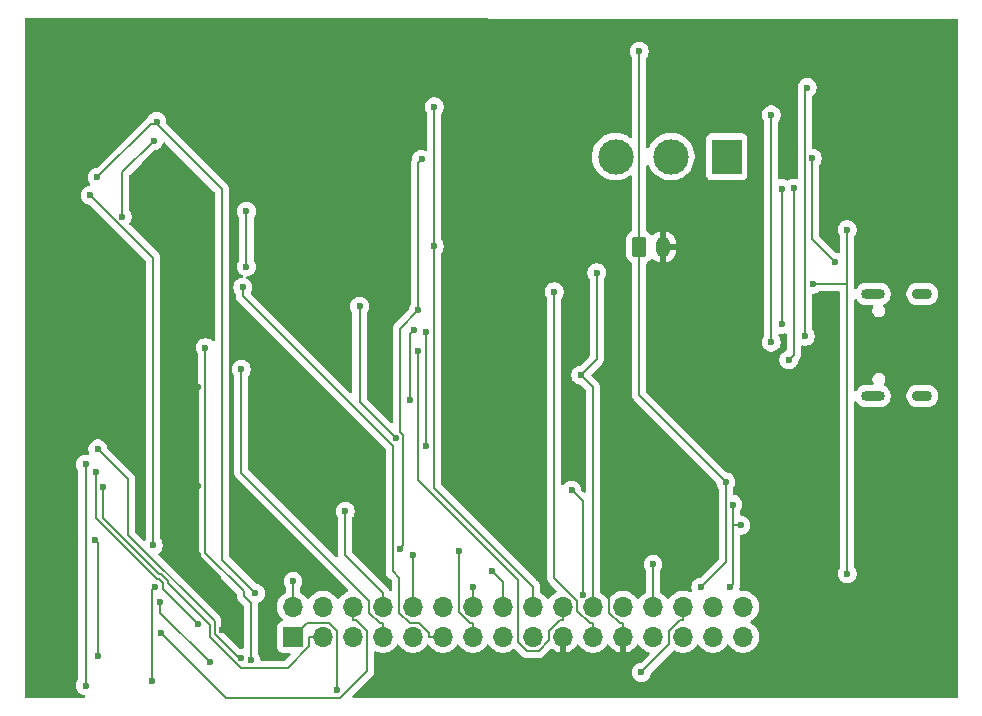
<source format=gbr>
%TF.GenerationSoftware,KiCad,Pcbnew,9.0.0*%
%TF.CreationDate,2025-04-09T21:38:28+02:00*%
%TF.ProjectId,ProLib_pcs_2025-03-23,50726f4c-6962-45f7-9063-735f32303235,rev?*%
%TF.SameCoordinates,Original*%
%TF.FileFunction,Copper,L2,Bot*%
%TF.FilePolarity,Positive*%
%FSLAX46Y46*%
G04 Gerber Fmt 4.6, Leading zero omitted, Abs format (unit mm)*
G04 Created by KiCad (PCBNEW 9.0.0) date 2025-04-09 21:38:28*
%MOMM*%
%LPD*%
G01*
G04 APERTURE LIST*
G04 Aperture macros list*
%AMRoundRect*
0 Rectangle with rounded corners*
0 $1 Rounding radius*
0 $2 $3 $4 $5 $6 $7 $8 $9 X,Y pos of 4 corners*
0 Add a 4 corners polygon primitive as box body*
4,1,4,$2,$3,$4,$5,$6,$7,$8,$9,$2,$3,0*
0 Add four circle primitives for the rounded corners*
1,1,$1+$1,$2,$3*
1,1,$1+$1,$4,$5*
1,1,$1+$1,$6,$7*
1,1,$1+$1,$8,$9*
0 Add four rect primitives between the rounded corners*
20,1,$1+$1,$2,$3,$4,$5,0*
20,1,$1+$1,$4,$5,$6,$7,0*
20,1,$1+$1,$6,$7,$8,$9,0*
20,1,$1+$1,$8,$9,$2,$3,0*%
G04 Aperture macros list end*
%TA.AperFunction,ComponentPad*%
%ADD10RoundRect,0.250000X-0.350000X-0.625000X0.350000X-0.625000X0.350000X0.625000X-0.350000X0.625000X0*%
%TD*%
%TA.AperFunction,ComponentPad*%
%ADD11O,1.200000X1.750000*%
%TD*%
%TA.AperFunction,ComponentPad*%
%ADD12R,2.500000X3.000000*%
%TD*%
%TA.AperFunction,ComponentPad*%
%ADD13C,3.000000*%
%TD*%
%TA.AperFunction,ComponentPad*%
%ADD14R,1.700000X1.700000*%
%TD*%
%TA.AperFunction,ComponentPad*%
%ADD15O,1.700000X1.700000*%
%TD*%
%TA.AperFunction,ComponentPad*%
%ADD16O,2.000000X0.900000*%
%TD*%
%TA.AperFunction,ComponentPad*%
%ADD17O,1.700000X0.900000*%
%TD*%
%TA.AperFunction,ViaPad*%
%ADD18C,0.600000*%
%TD*%
%TA.AperFunction,ViaPad*%
%ADD19C,3.400000*%
%TD*%
%TA.AperFunction,Conductor*%
%ADD20C,0.200000*%
%TD*%
G04 APERTURE END LIST*
D10*
%TO.P,J3,1,Pin_1*%
%TO.N,/Battery*%
X163007000Y-69844000D03*
D11*
%TO.P,J3,2,Pin_2*%
%TO.N,GND*%
X165007000Y-69844000D03*
%TD*%
D12*
%TO.P,U1,1,1*%
%TO.N,Net-(U9-IN+)*%
X170393025Y-62189000D03*
D13*
%TO.P,U1,2,2*%
%TO.N,Net-(JP12-A)*%
X165693000Y-62189000D03*
%TO.P,U1,3,3*%
%TO.N,unconnected-(U1-Pad3)*%
X160992975Y-62189000D03*
%TD*%
D14*
%TO.P,J2,1,Pin_1*%
%TO.N,/M2_OUT_2*%
X133690000Y-102850000D03*
D15*
%TO.P,J2,2,Pin_2*%
%TO.N,/M2_OUT_1*%
X133690000Y-100310000D03*
%TO.P,J2,3,Pin_3*%
%TO.N,/M4_OUT_1*%
X136230000Y-102850000D03*
%TO.P,J2,4,Pin_4*%
%TO.N,/M2_CNTRL_1*%
X136230000Y-100310000D03*
%TO.P,J2,5,Pin_5*%
%TO.N,/M4_OUT_2*%
X138770000Y-102850000D03*
%TO.P,J2,6,Pin_6*%
%TO.N,/M2_CNTRL_2*%
X138770000Y-100310000D03*
%TO.P,J2,7,Pin_7*%
%TO.N,/CTRL_EXT_LOAD2*%
X141310000Y-102850000D03*
%TO.P,J2,8,Pin_8*%
%TO.N,/M4_CNTRL_1*%
X141310000Y-100310000D03*
%TO.P,J2,9,Pin_9*%
%TO.N,unconnected-(J2-Pin_9-Pad9)*%
X143850000Y-102850000D03*
%TO.P,J2,10,Pin_10*%
%TO.N,/M4_CNTRL_2*%
X143850000Y-100310000D03*
%TO.P,J2,11,Pin_11*%
%TO.N,/EXT_LOAD2_OUT*%
X146390000Y-102850000D03*
%TO.P,J2,12,Pin_12*%
%TO.N,unconnected-(J2-Pin_12-Pad12)*%
X146390000Y-100310000D03*
%TO.P,J2,13,Pin_13*%
%TO.N,/FAST_CHRG_CTRL*%
X148930000Y-102850000D03*
%TO.P,J2,14,Pin_14*%
%TO.N,/Battery*%
X148930000Y-100310000D03*
%TO.P,J2,15,Pin_15*%
%TO.N,unconnected-(J2-Pin_15-Pad15)*%
X151470000Y-102850000D03*
%TO.P,J2,16,Pin_16*%
%TO.N,/I2C1_SCL*%
X151470000Y-100310000D03*
%TO.P,J2,17,Pin_17*%
%TO.N,/I2C1_SDA*%
X154010000Y-102850000D03*
%TO.P,J2,18,Pin_18*%
%TO.N,/3V3_Out *%
X154010000Y-100310000D03*
%TO.P,J2,19,Pin_19*%
%TO.N,GND*%
X156550000Y-102850000D03*
%TO.P,J2,20,Pin_20*%
%TO.N,/5V_OUT*%
X156550000Y-100310000D03*
%TO.P,J2,21,Pin_21*%
%TO.N,/EXT_LOAD1_OUT*%
X159090000Y-102850000D03*
%TO.P,J2,22,Pin_22*%
%TO.N,+9V*%
X159090000Y-100310000D03*
%TO.P,J2,23,Pin_23*%
%TO.N,GND*%
X161630000Y-102850000D03*
%TO.P,J2,24,Pin_24*%
%TO.N,/M3_CNTRL_1*%
X161630000Y-100310000D03*
%TO.P,J2,25,Pin_25*%
%TO.N,/CTRL_EXT_LOAD1*%
X164170000Y-102850000D03*
%TO.P,J2,26,Pin_26*%
%TO.N,/M3_CNTRL_2*%
X164170000Y-100310000D03*
%TO.P,J2,27,Pin_27*%
%TO.N,/M3_OUT_1*%
X166710000Y-102850000D03*
%TO.P,J2,28,Pin_28*%
%TO.N,/M1_CNTRL_1*%
X166710000Y-100310000D03*
%TO.P,J2,29,Pin_29*%
%TO.N,/M3_OUT_2*%
X169250000Y-102850000D03*
%TO.P,J2,30,Pin_30*%
%TO.N,/M1_CNTRL_2*%
X169250000Y-100310000D03*
%TO.P,J2,31,Pin_31*%
%TO.N,/M1_OUT_2*%
X171790000Y-102850000D03*
%TO.P,J2,32,Pin_32*%
%TO.N,/M1_OUT_1*%
X171790000Y-100310000D03*
%TD*%
D16*
%TO.P,J1,S1,SHIELD*%
%TO.N,unconnected-(J1-SHIELD-PadS1)_1*%
X182800000Y-82471000D03*
%TO.P,J1,S2,SHIELD*%
%TO.N,unconnected-(J1-SHIELD-PadS1)*%
X182800000Y-73821000D03*
D17*
%TO.P,J1,S3,SHIELD*%
%TO.N,unconnected-(J1-SHIELD-PadS1)_2*%
X186970000Y-82471000D03*
%TO.P,J1,S4,SHIELD*%
%TO.N,unconnected-(J1-SHIELD-PadS1)_3*%
X186970000Y-73821000D03*
%TD*%
D18*
%TO.N,Net-(U9-IN+)*%
X119221100Y-67283000D03*
X121907700Y-60836600D03*
%TO.N,Net-(U8-VBUS)*%
X177651900Y-62335700D03*
X179597300Y-71134900D03*
%TO.N,Net-(U6-FB)*%
X144972300Y-77000100D03*
X144972300Y-86667700D03*
%TO.N,Net-(U13-A)*%
X142433500Y-86040600D03*
X139323400Y-74857200D03*
%TO.N,/LOAD*%
X144573400Y-62426500D03*
X144282800Y-75219600D03*
X142734300Y-95395000D03*
X116937600Y-94633300D03*
X117170800Y-104456100D03*
%TO.N,/M4_CNTRL_1*%
X138102800Y-92221600D03*
%TO.N,/5V_OUT*%
X144299600Y-78627500D03*
%TO.N,/I2C1_SCL*%
X150533100Y-97289200D03*
X121848700Y-95118100D03*
X116537100Y-65467400D03*
%TO.N,/Battery*%
X170319900Y-89722100D03*
X163007000Y-53286000D03*
X148930000Y-98663200D03*
X168208600Y-98663200D03*
%TO.N,/M4_OUT_2*%
X125631200Y-101798500D03*
X117020700Y-88891000D03*
%TO.N,/EXT_LOAD2_OUT*%
X129431700Y-73269000D03*
%TO.N,/M4_CNTRL_2*%
X143828800Y-95915000D03*
%TO.N,/M1_CNTRL_1*%
X163167100Y-105868300D03*
X121785900Y-106579600D03*
X122032700Y-98592300D03*
%TO.N,/M3_OUT_2*%
X116118500Y-106972900D03*
X116118500Y-88241000D03*
%TO.N,/FAST_CHRG_CTRL*%
X147725400Y-95587000D03*
%TO.N,/M2_OUT_2*%
X137445300Y-107382700D03*
%TO.N,/M2_OUT_1*%
X133690000Y-98154000D03*
%TO.N,/CTRL_EXT_LOAD1*%
X130128400Y-104818900D03*
X126276900Y-78368600D03*
%TO.N,/M3_CNTRL_2*%
X164170000Y-96687500D03*
%TO.N,/M3_CNTRL_1*%
X158210000Y-99268400D03*
X157268300Y-90442900D03*
%TO.N,/3V3_Out *%
X145645000Y-69782700D03*
X145645000Y-57980700D03*
%TO.N,/M3_OUT_1*%
X129318400Y-104661500D03*
X117169300Y-86941000D03*
%TO.N,/M2_CNTRL_2*%
X122492600Y-102494000D03*
%TO.N,/M4_OUT_1*%
X117636100Y-90191000D03*
%TO.N,/EXT_LOAD1_OUT*%
X155812100Y-73635900D03*
%TO.N,/CTRL_EXT_LOAD2*%
X129308300Y-80182900D03*
%TO.N,/I2C1_SDA*%
X130504600Y-99158300D03*
X122139800Y-59220100D03*
X117126700Y-63950800D03*
%TO.N,Net-(J1-CC1)*%
X176075900Y-64869600D03*
X175664600Y-79407500D03*
%TO.N,/DP*%
X177050200Y-77396000D03*
X177227800Y-56346700D03*
%TO.N,/DM*%
X174173000Y-58662600D03*
X174173000Y-77896000D03*
%TO.N,Net-(J1-CC2)*%
X175075900Y-76396000D03*
X175075900Y-64897100D03*
%TO.N,+9V*%
X158047900Y-80695800D03*
X159396400Y-72018200D03*
%TO.N,Net-(JP17-A)*%
X170681700Y-98666400D03*
X170942500Y-91654800D03*
X171594900Y-93405000D03*
%TO.N,Net-(JP2-A)*%
X129749400Y-66804100D03*
X129749400Y-71503200D03*
%TO.N,+5V*%
X180603200Y-97506500D03*
X180603200Y-68382100D03*
X177719800Y-72990000D03*
%TO.N,Net-(JP5-B)*%
X143624500Y-82831700D03*
X143955400Y-76905200D03*
%TO.N,Net-(U2-VINT)*%
X126631100Y-104988700D03*
X122440500Y-99894000D03*
%TO.N,GND*%
X160478300Y-88980400D03*
X125629200Y-95931100D03*
X125629200Y-90100600D03*
X127646700Y-102263800D03*
X125675200Y-81713700D03*
X122784500Y-62370800D03*
X127472700Y-99049200D03*
D19*
X153070000Y-67500000D03*
X153070000Y-77500000D03*
X153070000Y-57500000D03*
%TD*%
D20*
%TO.N,Net-(U9-IN+)*%
X119221100Y-63523200D02*
X121907700Y-60836600D01*
X119221100Y-67283000D02*
X119221100Y-63523200D01*
%TO.N,Net-(U8-VBUS)*%
X177651900Y-69189500D02*
X179597300Y-71134900D01*
X177651900Y-62335700D02*
X177651900Y-69189500D01*
%TO.N,Net-(U6-FB)*%
X144972300Y-86667700D02*
X144972300Y-77000100D01*
%TO.N,Net-(U13-A)*%
X139323400Y-82930500D02*
X139323400Y-74857200D01*
X142433500Y-86040600D02*
X139323400Y-82930500D01*
%TO.N,/LOAD*%
X144282800Y-62717100D02*
X144282800Y-75219600D01*
X144573400Y-62426500D02*
X144282800Y-62717100D01*
X142734300Y-76768100D02*
X144282800Y-75219600D01*
X142734300Y-85490500D02*
X142734300Y-76768100D01*
X143035200Y-85791400D02*
X142734300Y-85490500D01*
X143035200Y-95094100D02*
X143035200Y-85791400D01*
X142734300Y-95395000D02*
X143035200Y-95094100D01*
X117170800Y-94866500D02*
X117170800Y-104456100D01*
X116937600Y-94633300D02*
X117170800Y-94866500D01*
%TO.N,/M4_CNTRL_1*%
X138102800Y-95951100D02*
X138102800Y-92221600D01*
X141310000Y-99158300D02*
X138102800Y-95951100D01*
X141310000Y-100310000D02*
X141310000Y-99158300D01*
%TO.N,/5V_OUT*%
X156550000Y-100310000D02*
X156550000Y-101461700D01*
X144299600Y-89589300D02*
X144299600Y-78627500D01*
X152740000Y-98029700D02*
X144299600Y-89589300D01*
X152740000Y-103282600D02*
X152740000Y-98029700D01*
X153503700Y-104046300D02*
X152740000Y-103282600D01*
X154476200Y-104046300D02*
X153503700Y-104046300D01*
X155398300Y-103124200D02*
X154476200Y-104046300D01*
X155398300Y-102325400D02*
X155398300Y-103124200D01*
X156262000Y-101461700D02*
X155398300Y-102325400D01*
X156550000Y-101461700D02*
X156262000Y-101461700D01*
%TO.N,/I2C1_SCL*%
X121848700Y-70779000D02*
X121848700Y-95118100D01*
X116537100Y-65467400D02*
X121848700Y-70779000D01*
X151470000Y-98226100D02*
X150533100Y-97289200D01*
X151470000Y-100310000D02*
X151470000Y-98226100D01*
%TO.N,/Battery*%
X163007000Y-82409200D02*
X170319900Y-89722100D01*
X163007000Y-69844000D02*
X163007000Y-82409200D01*
X163007000Y-69844000D02*
X163007000Y-53286000D01*
X148930000Y-100310000D02*
X148930000Y-99158300D01*
X170319900Y-96551900D02*
X168208600Y-98663200D01*
X170319900Y-89722100D02*
X170319900Y-96551900D01*
X148930000Y-99158300D02*
X148930000Y-98663200D01*
%TO.N,/M4_OUT_2*%
X117020700Y-92791300D02*
X117020700Y-88891000D01*
X122184800Y-97955400D02*
X117020700Y-92791300D01*
X122317100Y-97955400D02*
X122184800Y-97955400D01*
X122669600Y-98307900D02*
X122317100Y-97955400D01*
X122669600Y-98836900D02*
X122669600Y-98307900D01*
X125631200Y-101798500D02*
X122669600Y-98836900D01*
%TO.N,/EXT_LOAD2_OUT*%
X146390000Y-102850000D02*
X145238300Y-102850000D01*
X145238300Y-102562000D02*
X145238300Y-102850000D01*
X144374600Y-101698300D02*
X145238300Y-102562000D01*
X143574200Y-101698300D02*
X144374600Y-101698300D01*
X142687900Y-100812000D02*
X143574200Y-101698300D01*
X142687900Y-97866400D02*
X142687900Y-100812000D01*
X142132600Y-97311100D02*
X142687900Y-97866400D01*
X142132600Y-86655300D02*
X142132600Y-97311100D01*
X129431700Y-73954400D02*
X142132600Y-86655300D01*
X129431700Y-73269000D02*
X129431700Y-73954400D01*
%TO.N,/M4_CNTRL_2*%
X143850000Y-95936200D02*
X143828800Y-95915000D01*
X143850000Y-100310000D02*
X143850000Y-95936200D01*
%TO.N,/M1_CNTRL_1*%
X165558300Y-103477100D02*
X163167100Y-105868300D01*
X165558300Y-102325400D02*
X165558300Y-103477100D01*
X166422000Y-101461700D02*
X165558300Y-102325400D01*
X166710000Y-101461700D02*
X166422000Y-101461700D01*
X166710000Y-100310000D02*
X166710000Y-101461700D01*
X121785900Y-98839100D02*
X121785900Y-106579600D01*
X122032700Y-98592300D02*
X121785900Y-98839100D01*
%TO.N,/M3_OUT_2*%
X116118500Y-106972900D02*
X116118500Y-88241000D01*
%TO.N,/FAST_CHRG_CTRL*%
X148930000Y-102850000D02*
X148930000Y-101698300D01*
X147725400Y-100781600D02*
X147725400Y-95587000D01*
X148642100Y-101698300D02*
X147725400Y-100781600D01*
X148930000Y-101698300D02*
X148642100Y-101698300D01*
%TO.N,/M2_OUT_2*%
X137445300Y-102377000D02*
X137445300Y-107382700D01*
X136708200Y-101639900D02*
X137445300Y-102377000D01*
X134900100Y-101639900D02*
X136708200Y-101639900D01*
X133690000Y-102850000D02*
X134900100Y-101639900D01*
%TO.N,/M2_OUT_1*%
X133690000Y-100310000D02*
X133690000Y-98154000D01*
%TO.N,/CTRL_EXT_LOAD1*%
X130128400Y-99970100D02*
X130128400Y-104818900D01*
X129510300Y-99352000D02*
X130128400Y-99970100D01*
X129510300Y-98961300D02*
X129510300Y-99352000D01*
X126276900Y-95727900D02*
X129510300Y-98961300D01*
X126276900Y-78368600D02*
X126276900Y-95727900D01*
%TO.N,/M3_CNTRL_2*%
X164170000Y-100310000D02*
X164170000Y-96687500D01*
%TO.N,/M3_CNTRL_1*%
X158210000Y-91384600D02*
X158210000Y-99268400D01*
X157268300Y-90442900D02*
X158210000Y-91384600D01*
%TO.N,/3V3_Out *%
X154010000Y-100310000D02*
X154010000Y-99158300D01*
X145645000Y-69782700D02*
X145645000Y-57980700D01*
X145645000Y-90225400D02*
X145645000Y-69782700D01*
X154010000Y-98590400D02*
X145645000Y-90225400D01*
X154010000Y-99158300D02*
X154010000Y-98590400D01*
%TO.N,/M3_OUT_1*%
X119714500Y-89486200D02*
X117169300Y-86941000D01*
X119714500Y-94216800D02*
X119714500Y-89486200D01*
X127045000Y-101547300D02*
X119714500Y-94216800D01*
X127045000Y-102588800D02*
X127045000Y-101547300D01*
X129117700Y-104661500D02*
X127045000Y-102588800D01*
X129318400Y-104661500D02*
X129117700Y-104661500D01*
%TO.N,/M2_CNTRL_2*%
X127988400Y-107989800D02*
X122492600Y-102494000D01*
X137704100Y-107989800D02*
X127988400Y-107989800D01*
X139956500Y-105737400D02*
X137704100Y-107989800D01*
X139956500Y-102360300D02*
X139956500Y-105737400D01*
X139057900Y-101461700D02*
X139956500Y-102360300D01*
X138770000Y-101461700D02*
X139057900Y-101461700D01*
X138770000Y-100310000D02*
X138770000Y-101461700D01*
%TO.N,/M4_OUT_1*%
X136230000Y-102850000D02*
X135078300Y-102850000D01*
X117636100Y-92825900D02*
X117636100Y-90191000D01*
X122363900Y-97553700D02*
X117636100Y-92825900D01*
X122483400Y-97553700D02*
X122363900Y-97553700D01*
X123071300Y-98141600D02*
X122483400Y-97553700D01*
X123071300Y-98261100D02*
X123071300Y-98141600D01*
X126643300Y-101833100D02*
X123071300Y-98261100D01*
X126643300Y-102856300D02*
X126643300Y-101833100D01*
X129251700Y-105464700D02*
X126643300Y-102856300D01*
X133255400Y-105464700D02*
X129251700Y-105464700D01*
X135078300Y-103641800D02*
X133255400Y-105464700D01*
X135078300Y-102850000D02*
X135078300Y-103641800D01*
%TO.N,/EXT_LOAD1_OUT*%
X159090000Y-102850000D02*
X159090000Y-101698300D01*
X158802100Y-101698300D02*
X159090000Y-101698300D01*
X157769800Y-100666000D02*
X158802100Y-101698300D01*
X157769800Y-99828900D02*
X157769800Y-100666000D01*
X155812100Y-97871200D02*
X157769800Y-99828900D01*
X155812100Y-73635900D02*
X155812100Y-97871200D01*
%TO.N,/CTRL_EXT_LOAD2*%
X129308300Y-88946200D02*
X129308300Y-80182900D01*
X140158300Y-99796200D02*
X129308300Y-88946200D01*
X140158300Y-100834600D02*
X140158300Y-99796200D01*
X141022000Y-101698300D02*
X140158300Y-100834600D01*
X141310000Y-101698300D02*
X141022000Y-101698300D01*
X141310000Y-102850000D02*
X141310000Y-101698300D01*
%TO.N,/I2C1_SDA*%
X122139800Y-59220100D02*
X122139800Y-59424800D01*
X121652700Y-59424800D02*
X117126700Y-63950800D01*
X122139800Y-59424800D02*
X121652700Y-59424800D01*
X127662200Y-96315900D02*
X130504600Y-99158300D01*
X127662200Y-64947200D02*
X127662200Y-96315900D01*
X122139800Y-59424800D02*
X127662200Y-64947200D01*
%TO.N,Net-(J1-CC1)*%
X176075900Y-78996200D02*
X175664600Y-79407500D01*
X176075900Y-64869600D02*
X176075900Y-78996200D01*
%TO.N,/DP*%
X177050200Y-56524300D02*
X177050200Y-77396000D01*
X177227800Y-56346700D02*
X177050200Y-56524300D01*
%TO.N,/DM*%
X174173000Y-77896000D02*
X174173000Y-58662600D01*
%TO.N,Net-(J1-CC2)*%
X175075900Y-64897100D02*
X175075900Y-76396000D01*
%TO.N,+9V*%
X159090000Y-100310000D02*
X159090000Y-99158300D01*
X159396400Y-79347300D02*
X159396400Y-72018200D01*
X158047900Y-80695800D02*
X159396400Y-79347300D01*
X159090000Y-81737900D02*
X158047900Y-80695800D01*
X159090000Y-99158300D02*
X159090000Y-81737900D01*
%TO.N,Net-(JP17-A)*%
X170942500Y-93405000D02*
X171594900Y-93405000D01*
X170942500Y-98405600D02*
X170942500Y-93405000D01*
X170681700Y-98666400D02*
X170942500Y-98405600D01*
X170942500Y-93405000D02*
X170942500Y-91654800D01*
%TO.N,Net-(JP2-A)*%
X129749400Y-71503200D02*
X129749400Y-66804100D01*
%TO.N,+5V*%
X180603200Y-68382100D02*
X180603200Y-72990000D01*
X180603200Y-72990000D02*
X180603200Y-97506500D01*
X180603200Y-72990000D02*
X177719800Y-72990000D01*
%TO.N,Net-(JP5-B)*%
X143624500Y-77236100D02*
X143624500Y-82831700D01*
X143955400Y-76905200D02*
X143624500Y-77236100D01*
%TO.N,Net-(U2-VINT)*%
X122440600Y-99894000D02*
X122440500Y-99894000D01*
X122440600Y-100798200D02*
X122440600Y-99894000D01*
X126631100Y-104988700D02*
X122440600Y-100798200D01*
%TO.N,GND*%
X153070000Y-77500000D02*
X153070000Y-67500000D01*
X153070000Y-67500000D02*
X153070000Y-57500000D01*
X161630000Y-102850000D02*
X161630000Y-101698300D01*
X160478300Y-100834600D02*
X160478300Y-88980400D01*
X161342000Y-101698300D02*
X160478300Y-100834600D01*
X161630000Y-101698300D02*
X161342000Y-101698300D01*
X125629200Y-95931100D02*
X125629200Y-90100600D01*
X125629200Y-81759700D02*
X125629200Y-90100600D01*
X125675200Y-81713700D02*
X125629200Y-81759700D01*
X122784500Y-78823000D02*
X125675200Y-81713700D01*
X122784500Y-62370800D02*
X122784500Y-78823000D01*
X127646700Y-99223200D02*
X127472700Y-99049200D01*
X127646700Y-102263800D02*
X127646700Y-99223200D01*
X127472700Y-97774600D02*
X125629200Y-95931100D01*
X127472700Y-99049200D02*
X127472700Y-97774600D01*
%TD*%
%TA.AperFunction,Conductor*%
%TO.N,GND*%
G36*
X189875593Y-50500031D02*
G01*
X189942618Y-50519766D01*
X189988333Y-50572604D01*
X189999500Y-50624031D01*
X189999500Y-107875577D01*
X189979815Y-107942616D01*
X189927011Y-107988371D01*
X189875515Y-107999577D01*
X138836557Y-108005954D01*
X138769516Y-107986278D01*
X138723754Y-107933480D01*
X138713802Y-107864322D01*
X138742819Y-107800763D01*
X138748846Y-107794289D01*
X140437020Y-106106116D01*
X140516077Y-105969184D01*
X140557001Y-105816457D01*
X140557001Y-105658342D01*
X140557001Y-105650747D01*
X140557000Y-105650729D01*
X140557000Y-104184378D01*
X140576685Y-104117339D01*
X140629489Y-104071584D01*
X140698647Y-104061640D01*
X140737296Y-104073894D01*
X140791583Y-104101555D01*
X140791585Y-104101555D01*
X140791588Y-104101557D01*
X140993757Y-104167246D01*
X141203713Y-104200500D01*
X141203714Y-104200500D01*
X141416286Y-104200500D01*
X141416287Y-104200500D01*
X141626243Y-104167246D01*
X141828412Y-104101557D01*
X142017816Y-104005051D01*
X142063000Y-103972223D01*
X142189786Y-103880109D01*
X142189788Y-103880106D01*
X142189792Y-103880104D01*
X142340104Y-103729792D01*
X142340106Y-103729788D01*
X142340109Y-103729786D01*
X142465048Y-103557820D01*
X142465047Y-103557820D01*
X142465051Y-103557816D01*
X142469514Y-103549054D01*
X142517488Y-103498259D01*
X142585308Y-103481463D01*
X142651444Y-103503999D01*
X142690486Y-103549056D01*
X142694951Y-103557820D01*
X142819890Y-103729786D01*
X142970213Y-103880109D01*
X143142179Y-104005048D01*
X143142181Y-104005049D01*
X143142184Y-104005051D01*
X143331588Y-104101557D01*
X143533757Y-104167246D01*
X143743713Y-104200500D01*
X143743714Y-104200500D01*
X143956286Y-104200500D01*
X143956287Y-104200500D01*
X144166243Y-104167246D01*
X144368412Y-104101557D01*
X144557816Y-104005051D01*
X144603000Y-103972223D01*
X144729786Y-103880109D01*
X144729788Y-103880106D01*
X144729792Y-103880104D01*
X144880104Y-103729792D01*
X145005051Y-103557816D01*
X145009513Y-103549056D01*
X145057483Y-103498261D01*
X145125303Y-103481463D01*
X145191440Y-103503997D01*
X145230481Y-103549050D01*
X145234946Y-103557812D01*
X145234948Y-103557815D01*
X145359890Y-103729786D01*
X145510213Y-103880109D01*
X145682179Y-104005048D01*
X145682181Y-104005049D01*
X145682184Y-104005051D01*
X145871588Y-104101557D01*
X146073757Y-104167246D01*
X146283713Y-104200500D01*
X146283714Y-104200500D01*
X146496286Y-104200500D01*
X146496287Y-104200500D01*
X146706243Y-104167246D01*
X146908412Y-104101557D01*
X147097816Y-104005051D01*
X147143000Y-103972223D01*
X147269786Y-103880109D01*
X147269788Y-103880106D01*
X147269792Y-103880104D01*
X147420104Y-103729792D01*
X147420106Y-103729788D01*
X147420109Y-103729786D01*
X147545048Y-103557820D01*
X147545047Y-103557820D01*
X147545051Y-103557816D01*
X147549514Y-103549054D01*
X147597488Y-103498259D01*
X147665308Y-103481463D01*
X147731444Y-103503999D01*
X147770486Y-103549056D01*
X147774951Y-103557820D01*
X147899890Y-103729786D01*
X148050213Y-103880109D01*
X148222179Y-104005048D01*
X148222181Y-104005049D01*
X148222184Y-104005051D01*
X148411588Y-104101557D01*
X148613757Y-104167246D01*
X148823713Y-104200500D01*
X148823714Y-104200500D01*
X149036286Y-104200500D01*
X149036287Y-104200500D01*
X149246243Y-104167246D01*
X149448412Y-104101557D01*
X149637816Y-104005051D01*
X149683000Y-103972223D01*
X149809786Y-103880109D01*
X149809788Y-103880106D01*
X149809792Y-103880104D01*
X149960104Y-103729792D01*
X149960106Y-103729788D01*
X149960109Y-103729786D01*
X150085048Y-103557820D01*
X150085047Y-103557820D01*
X150085051Y-103557816D01*
X150089514Y-103549054D01*
X150137488Y-103498259D01*
X150205308Y-103481463D01*
X150271444Y-103503999D01*
X150310486Y-103549056D01*
X150314951Y-103557820D01*
X150439890Y-103729786D01*
X150590213Y-103880109D01*
X150762179Y-104005048D01*
X150762181Y-104005049D01*
X150762184Y-104005051D01*
X150951588Y-104101557D01*
X151153757Y-104167246D01*
X151363713Y-104200500D01*
X151363714Y-104200500D01*
X151576286Y-104200500D01*
X151576287Y-104200500D01*
X151786243Y-104167246D01*
X151988412Y-104101557D01*
X152177816Y-104005051D01*
X152344320Y-103884079D01*
X152410123Y-103860601D01*
X152478177Y-103876426D01*
X152504883Y-103896718D01*
X153018839Y-104410674D01*
X153018849Y-104410685D01*
X153023179Y-104415015D01*
X153023180Y-104415016D01*
X153134984Y-104526820D01*
X153216757Y-104574031D01*
X153271915Y-104605877D01*
X153424643Y-104646801D01*
X153424646Y-104646801D01*
X153590353Y-104646801D01*
X153590369Y-104646800D01*
X154389531Y-104646800D01*
X154389547Y-104646801D01*
X154397143Y-104646801D01*
X154555254Y-104646801D01*
X154555257Y-104646801D01*
X154707985Y-104605877D01*
X154763143Y-104574031D01*
X154844916Y-104526820D01*
X154956720Y-104415016D01*
X154956720Y-104415014D01*
X154966924Y-104404811D01*
X154966928Y-104404806D01*
X155493592Y-103878142D01*
X155554915Y-103844657D01*
X155624607Y-103849641D01*
X155666718Y-103876705D01*
X155666838Y-103876565D01*
X155667864Y-103877441D01*
X155668954Y-103878142D01*
X155670535Y-103879723D01*
X155670540Y-103879727D01*
X155842442Y-104004620D01*
X156031782Y-104101095D01*
X156233871Y-104166757D01*
X156300000Y-104177231D01*
X156300000Y-103283012D01*
X156357007Y-103315925D01*
X156484174Y-103350000D01*
X156615826Y-103350000D01*
X156742993Y-103315925D01*
X156800000Y-103283012D01*
X156800000Y-104177230D01*
X156866126Y-104166757D01*
X156866129Y-104166757D01*
X157068217Y-104101095D01*
X157257557Y-104004620D01*
X157429459Y-103879727D01*
X157429464Y-103879723D01*
X157579723Y-103729464D01*
X157579727Y-103729459D01*
X157704620Y-103557558D01*
X157709232Y-103548507D01*
X157757205Y-103497709D01*
X157825025Y-103480912D01*
X157891161Y-103503447D01*
X157930204Y-103548504D01*
X157934949Y-103557817D01*
X158059890Y-103729786D01*
X158210213Y-103880109D01*
X158382179Y-104005048D01*
X158382181Y-104005049D01*
X158382184Y-104005051D01*
X158571588Y-104101557D01*
X158773757Y-104167246D01*
X158983713Y-104200500D01*
X158983714Y-104200500D01*
X159196286Y-104200500D01*
X159196287Y-104200500D01*
X159406243Y-104167246D01*
X159608412Y-104101557D01*
X159797816Y-104005051D01*
X159843000Y-103972223D01*
X159969786Y-103880109D01*
X159969788Y-103880106D01*
X159969792Y-103880104D01*
X160120104Y-103729792D01*
X160120106Y-103729788D01*
X160120109Y-103729786D01*
X160245048Y-103557820D01*
X160245051Y-103557816D01*
X160249793Y-103548508D01*
X160297763Y-103497711D01*
X160365583Y-103480911D01*
X160431719Y-103503445D01*
X160470763Y-103548500D01*
X160475377Y-103557555D01*
X160600272Y-103729459D01*
X160600276Y-103729464D01*
X160750535Y-103879723D01*
X160750540Y-103879727D01*
X160922442Y-104004620D01*
X161111782Y-104101095D01*
X161313871Y-104166757D01*
X161380000Y-104177231D01*
X161380000Y-103283012D01*
X161437007Y-103315925D01*
X161564174Y-103350000D01*
X161695826Y-103350000D01*
X161822993Y-103315925D01*
X161880000Y-103283012D01*
X161880000Y-104177230D01*
X161946126Y-104166757D01*
X161946129Y-104166757D01*
X162148217Y-104101095D01*
X162337557Y-104004620D01*
X162509459Y-103879727D01*
X162509464Y-103879723D01*
X162659723Y-103729464D01*
X162659727Y-103729459D01*
X162784620Y-103557558D01*
X162789232Y-103548507D01*
X162837205Y-103497709D01*
X162905025Y-103480912D01*
X162971161Y-103503447D01*
X163010204Y-103548504D01*
X163014949Y-103557817D01*
X163139890Y-103729786D01*
X163290213Y-103880109D01*
X163462179Y-104005048D01*
X163462181Y-104005049D01*
X163462184Y-104005051D01*
X163490073Y-104019261D01*
X163651583Y-104101555D01*
X163651585Y-104101555D01*
X163651588Y-104101557D01*
X163785969Y-104145220D01*
X163843644Y-104184658D01*
X163870842Y-104249017D01*
X163858927Y-104317863D01*
X163835331Y-104350832D01*
X163152439Y-105033725D01*
X163091116Y-105067210D01*
X163088950Y-105067661D01*
X162933608Y-105098561D01*
X162933598Y-105098564D01*
X162787927Y-105158902D01*
X162787914Y-105158909D01*
X162656811Y-105246510D01*
X162656807Y-105246513D01*
X162545313Y-105358007D01*
X162545310Y-105358011D01*
X162457709Y-105489114D01*
X162457702Y-105489127D01*
X162397364Y-105634798D01*
X162397361Y-105634810D01*
X162366600Y-105789453D01*
X162366600Y-105947146D01*
X162397361Y-106101789D01*
X162397364Y-106101801D01*
X162457702Y-106247472D01*
X162457709Y-106247485D01*
X162545310Y-106378588D01*
X162545313Y-106378592D01*
X162656807Y-106490086D01*
X162656811Y-106490089D01*
X162787914Y-106577690D01*
X162787927Y-106577697D01*
X162891670Y-106620668D01*
X162933603Y-106638037D01*
X163088253Y-106668799D01*
X163088256Y-106668800D01*
X163088258Y-106668800D01*
X163245944Y-106668800D01*
X163245945Y-106668799D01*
X163400597Y-106638037D01*
X163546279Y-106577694D01*
X163677389Y-106490089D01*
X163788889Y-106378589D01*
X163876494Y-106247479D01*
X163936837Y-106101797D01*
X163958013Y-105995339D01*
X163967738Y-105946450D01*
X164000123Y-105884539D01*
X164001619Y-105883015D01*
X165857263Y-104027370D01*
X165918584Y-103993887D01*
X165988276Y-103998871D01*
X166001237Y-104004568D01*
X166002181Y-104005049D01*
X166002184Y-104005051D01*
X166191588Y-104101557D01*
X166393757Y-104167246D01*
X166603713Y-104200500D01*
X166603714Y-104200500D01*
X166816286Y-104200500D01*
X166816287Y-104200500D01*
X167026243Y-104167246D01*
X167228412Y-104101557D01*
X167417816Y-104005051D01*
X167463000Y-103972223D01*
X167589786Y-103880109D01*
X167589788Y-103880106D01*
X167589792Y-103880104D01*
X167740104Y-103729792D01*
X167740106Y-103729788D01*
X167740109Y-103729786D01*
X167865048Y-103557820D01*
X167865047Y-103557820D01*
X167865051Y-103557816D01*
X167869514Y-103549054D01*
X167917488Y-103498259D01*
X167985308Y-103481463D01*
X168051444Y-103503999D01*
X168090486Y-103549056D01*
X168094951Y-103557820D01*
X168219890Y-103729786D01*
X168370213Y-103880109D01*
X168542179Y-104005048D01*
X168542181Y-104005049D01*
X168542184Y-104005051D01*
X168731588Y-104101557D01*
X168933757Y-104167246D01*
X169143713Y-104200500D01*
X169143714Y-104200500D01*
X169356286Y-104200500D01*
X169356287Y-104200500D01*
X169566243Y-104167246D01*
X169768412Y-104101557D01*
X169957816Y-104005051D01*
X170003000Y-103972223D01*
X170129786Y-103880109D01*
X170129788Y-103880106D01*
X170129792Y-103880104D01*
X170280104Y-103729792D01*
X170280106Y-103729788D01*
X170280109Y-103729786D01*
X170405048Y-103557820D01*
X170405047Y-103557820D01*
X170405051Y-103557816D01*
X170409514Y-103549054D01*
X170457488Y-103498259D01*
X170525308Y-103481463D01*
X170591444Y-103503999D01*
X170630486Y-103549056D01*
X170634951Y-103557820D01*
X170759890Y-103729786D01*
X170910213Y-103880109D01*
X171082179Y-104005048D01*
X171082181Y-104005049D01*
X171082184Y-104005051D01*
X171271588Y-104101557D01*
X171473757Y-104167246D01*
X171683713Y-104200500D01*
X171683714Y-104200500D01*
X171896286Y-104200500D01*
X171896287Y-104200500D01*
X172106243Y-104167246D01*
X172308412Y-104101557D01*
X172497816Y-104005051D01*
X172543000Y-103972223D01*
X172669786Y-103880109D01*
X172669788Y-103880106D01*
X172669792Y-103880104D01*
X172820104Y-103729792D01*
X172820106Y-103729788D01*
X172820109Y-103729786D01*
X172945048Y-103557820D01*
X172945047Y-103557820D01*
X172945051Y-103557816D01*
X173041557Y-103368412D01*
X173107246Y-103166243D01*
X173140500Y-102956287D01*
X173140500Y-102743713D01*
X173107246Y-102533757D01*
X173041557Y-102331588D01*
X172945051Y-102142184D01*
X172945049Y-102142181D01*
X172945048Y-102142179D01*
X172820109Y-101970213D01*
X172669786Y-101819890D01*
X172497820Y-101694951D01*
X172489600Y-101690763D01*
X172489054Y-101690485D01*
X172438259Y-101642512D01*
X172421463Y-101574692D01*
X172443999Y-101508556D01*
X172489054Y-101469515D01*
X172497816Y-101465051D01*
X172540085Y-101434341D01*
X172669786Y-101340109D01*
X172669788Y-101340106D01*
X172669792Y-101340104D01*
X172820104Y-101189792D01*
X172820108Y-101189787D01*
X172820109Y-101189786D01*
X172945048Y-101017820D01*
X172945047Y-101017820D01*
X172945051Y-101017816D01*
X173041557Y-100828412D01*
X173107246Y-100626243D01*
X173140500Y-100416287D01*
X173140500Y-100203713D01*
X173107246Y-99993757D01*
X173041557Y-99791588D01*
X172945051Y-99602184D01*
X172945049Y-99602181D01*
X172945048Y-99602179D01*
X172820109Y-99430213D01*
X172669786Y-99279890D01*
X172497820Y-99154951D01*
X172308414Y-99058444D01*
X172308413Y-99058443D01*
X172308412Y-99058443D01*
X172106243Y-98992754D01*
X172106241Y-98992753D01*
X172106240Y-98992753D01*
X171939845Y-98966399D01*
X171896287Y-98959500D01*
X171683713Y-98959500D01*
X171607362Y-98971592D01*
X171581309Y-98968225D01*
X171555049Y-98968670D01*
X171547211Y-98963818D01*
X171538070Y-98962637D01*
X171517975Y-98945720D01*
X171495640Y-98931895D01*
X171491669Y-98923575D01*
X171484618Y-98917640D01*
X171476859Y-98892547D01*
X171465544Y-98868840D01*
X171465767Y-98856671D01*
X171463979Y-98850889D01*
X171464947Y-98833551D01*
X171465494Y-98829227D01*
X171482200Y-98745242D01*
X171482200Y-98697221D01*
X171483181Y-98689470D01*
X171491450Y-98670521D01*
X171498817Y-98643032D01*
X171502075Y-98637388D01*
X171502074Y-98637388D01*
X171502077Y-98637385D01*
X171543001Y-98484657D01*
X171543001Y-98326543D01*
X171543001Y-98318948D01*
X171543000Y-98318930D01*
X171543000Y-94329500D01*
X171562685Y-94262461D01*
X171615489Y-94216706D01*
X171667000Y-94205500D01*
X171673744Y-94205500D01*
X171673745Y-94205499D01*
X171828397Y-94174737D01*
X171974079Y-94114394D01*
X172105189Y-94026789D01*
X172216689Y-93915289D01*
X172304294Y-93784179D01*
X172364637Y-93638497D01*
X172395400Y-93483842D01*
X172395400Y-93326158D01*
X172395400Y-93326155D01*
X172395399Y-93326153D01*
X172383831Y-93267997D01*
X172364637Y-93171503D01*
X172357885Y-93155203D01*
X172304297Y-93025827D01*
X172304290Y-93025814D01*
X172216689Y-92894711D01*
X172216686Y-92894707D01*
X172105192Y-92783213D01*
X172105188Y-92783210D01*
X171974085Y-92695609D01*
X171974072Y-92695602D01*
X171828401Y-92635264D01*
X171828389Y-92635261D01*
X171673745Y-92604500D01*
X171673742Y-92604500D01*
X171667000Y-92604500D01*
X171658314Y-92601949D01*
X171649353Y-92603238D01*
X171625312Y-92592259D01*
X171599961Y-92584815D01*
X171594033Y-92577974D01*
X171585797Y-92574213D01*
X171571507Y-92551978D01*
X171554206Y-92532011D01*
X171551918Y-92521496D01*
X171548023Y-92515435D01*
X171543000Y-92480500D01*
X171543000Y-92234565D01*
X171562685Y-92167526D01*
X171563898Y-92165674D01*
X171651890Y-92033985D01*
X171651890Y-92033984D01*
X171651894Y-92033979D01*
X171712237Y-91888297D01*
X171743000Y-91733642D01*
X171743000Y-91575958D01*
X171743000Y-91575955D01*
X171742999Y-91575953D01*
X171718316Y-91451864D01*
X171712237Y-91421303D01*
X171652662Y-91277474D01*
X171651897Y-91275627D01*
X171651890Y-91275614D01*
X171564289Y-91144511D01*
X171564286Y-91144507D01*
X171452792Y-91033013D01*
X171452788Y-91033010D01*
X171321685Y-90945409D01*
X171321672Y-90945402D01*
X171176001Y-90885064D01*
X171175991Y-90885061D01*
X171020208Y-90854073D01*
X170958297Y-90821688D01*
X170923723Y-90760972D01*
X170920400Y-90732456D01*
X170920400Y-90301865D01*
X170940085Y-90234826D01*
X170941298Y-90232974D01*
X171029290Y-90101285D01*
X171029290Y-90101284D01*
X171029294Y-90101279D01*
X171089637Y-89955597D01*
X171120400Y-89800942D01*
X171120400Y-89643258D01*
X171120400Y-89643255D01*
X171120399Y-89643253D01*
X171093941Y-89510243D01*
X171089637Y-89488603D01*
X171064005Y-89426721D01*
X171029297Y-89342927D01*
X171029290Y-89342914D01*
X170941689Y-89211810D01*
X170830192Y-89100313D01*
X170830188Y-89100310D01*
X170699085Y-89012709D01*
X170699072Y-89012702D01*
X170553401Y-88952364D01*
X170553391Y-88952361D01*
X170398049Y-88921461D01*
X170336138Y-88889076D01*
X170334560Y-88887525D01*
X163643819Y-82196784D01*
X163610334Y-82135461D01*
X163607500Y-82109103D01*
X163607500Y-71264908D01*
X163627185Y-71197869D01*
X163671271Y-71159363D01*
X163670187Y-71157605D01*
X163676332Y-71153814D01*
X163676334Y-71153814D01*
X163825656Y-71061712D01*
X163949712Y-70937656D01*
X163989581Y-70873016D01*
X164041525Y-70826294D01*
X164110488Y-70815071D01*
X164174570Y-70842914D01*
X164182799Y-70850434D01*
X164290397Y-70958032D01*
X164430475Y-71059804D01*
X164584744Y-71138408D01*
X164749415Y-71191914D01*
X164749414Y-71191914D01*
X164756999Y-71193115D01*
X164757000Y-71193114D01*
X164757000Y-70124330D01*
X164776745Y-70144075D01*
X164862255Y-70193444D01*
X164957630Y-70219000D01*
X165056370Y-70219000D01*
X165151745Y-70193444D01*
X165237255Y-70144075D01*
X165257000Y-70124330D01*
X165257000Y-71193115D01*
X165264584Y-71191914D01*
X165429255Y-71138408D01*
X165583524Y-71059804D01*
X165723602Y-70958032D01*
X165846032Y-70835602D01*
X165947804Y-70695524D01*
X166026408Y-70541257D01*
X166079914Y-70376584D01*
X166107000Y-70205571D01*
X166107000Y-70094000D01*
X165287330Y-70094000D01*
X165307075Y-70074255D01*
X165356444Y-69988745D01*
X165382000Y-69893370D01*
X165382000Y-69794630D01*
X165356444Y-69699255D01*
X165307075Y-69613745D01*
X165287330Y-69594000D01*
X166107000Y-69594000D01*
X166107000Y-69482428D01*
X166079914Y-69311415D01*
X166026408Y-69146742D01*
X165947804Y-68992475D01*
X165846032Y-68852397D01*
X165723602Y-68729967D01*
X165583524Y-68628195D01*
X165429257Y-68549591D01*
X165264589Y-68496087D01*
X165264581Y-68496085D01*
X165257000Y-68494884D01*
X165257000Y-69563670D01*
X165237255Y-69543925D01*
X165151745Y-69494556D01*
X165056370Y-69469000D01*
X164957630Y-69469000D01*
X164862255Y-69494556D01*
X164776745Y-69543925D01*
X164757000Y-69563670D01*
X164757000Y-68494884D01*
X164756999Y-68494884D01*
X164749418Y-68496085D01*
X164749410Y-68496087D01*
X164584742Y-68549591D01*
X164430475Y-68628195D01*
X164290401Y-68729964D01*
X164182799Y-68837566D01*
X164121476Y-68871050D01*
X164051784Y-68866066D01*
X163995851Y-68824194D01*
X163989585Y-68814988D01*
X163949712Y-68750344D01*
X163825656Y-68626288D01*
X163676334Y-68534186D01*
X163676332Y-68534185D01*
X163670187Y-68530395D01*
X163671290Y-68528605D01*
X163626649Y-68489290D01*
X163607500Y-68423091D01*
X163607500Y-63005105D01*
X163627185Y-62938066D01*
X163679989Y-62892311D01*
X163749147Y-62882367D01*
X163812703Y-62911392D01*
X163846061Y-62957652D01*
X163894954Y-63075690D01*
X163894958Y-63075700D01*
X164026075Y-63302803D01*
X164185718Y-63510851D01*
X164185726Y-63510860D01*
X164371140Y-63696274D01*
X164371148Y-63696281D01*
X164371149Y-63696282D01*
X164398544Y-63717303D01*
X164579196Y-63855924D01*
X164806299Y-63987041D01*
X164806309Y-63987046D01*
X165048571Y-64087394D01*
X165048581Y-64087398D01*
X165301884Y-64155270D01*
X165548223Y-64187702D01*
X165561864Y-64189498D01*
X165561880Y-64189500D01*
X165561887Y-64189500D01*
X165824113Y-64189500D01*
X165824120Y-64189500D01*
X166084116Y-64155270D01*
X166337419Y-64087398D01*
X166556603Y-63996609D01*
X166579690Y-63987046D01*
X166579691Y-63987045D01*
X166579697Y-63987043D01*
X166806803Y-63855924D01*
X167014851Y-63696282D01*
X167014855Y-63696277D01*
X167014860Y-63696274D01*
X167200274Y-63510860D01*
X167200277Y-63510855D01*
X167200282Y-63510851D01*
X167359924Y-63302803D01*
X167491043Y-63075697D01*
X167591398Y-62833419D01*
X167659270Y-62580116D01*
X167693500Y-62320120D01*
X167693500Y-62057880D01*
X167659270Y-61797884D01*
X167591398Y-61544581D01*
X167571613Y-61496815D01*
X167491046Y-61302309D01*
X167491041Y-61302299D01*
X167359924Y-61075196D01*
X167200281Y-60867148D01*
X167200274Y-60867140D01*
X167014860Y-60681726D01*
X167014851Y-60681718D01*
X166961963Y-60641135D01*
X168642525Y-60641135D01*
X168642525Y-63736870D01*
X168642526Y-63736876D01*
X168648933Y-63796483D01*
X168699227Y-63931328D01*
X168699231Y-63931335D01*
X168785477Y-64046544D01*
X168785480Y-64046547D01*
X168900689Y-64132793D01*
X168900696Y-64132797D01*
X169035542Y-64183091D01*
X169035541Y-64183091D01*
X169042469Y-64183835D01*
X169095152Y-64189500D01*
X171690897Y-64189499D01*
X171750508Y-64183091D01*
X171885356Y-64132796D01*
X172000571Y-64046546D01*
X172086821Y-63931331D01*
X172137116Y-63796483D01*
X172143525Y-63736873D01*
X172143524Y-60641128D01*
X172137116Y-60581517D01*
X172114944Y-60522072D01*
X172086822Y-60446671D01*
X172086818Y-60446664D01*
X172000572Y-60331455D01*
X172000569Y-60331452D01*
X171885360Y-60245206D01*
X171885353Y-60245202D01*
X171750507Y-60194908D01*
X171750508Y-60194908D01*
X171690908Y-60188501D01*
X171690906Y-60188500D01*
X171690898Y-60188500D01*
X171690889Y-60188500D01*
X169095154Y-60188500D01*
X169095148Y-60188501D01*
X169035541Y-60194908D01*
X168900696Y-60245202D01*
X168900689Y-60245206D01*
X168785480Y-60331452D01*
X168785477Y-60331455D01*
X168699231Y-60446664D01*
X168699227Y-60446671D01*
X168648933Y-60581517D01*
X168647055Y-60598990D01*
X168642526Y-60641123D01*
X168642525Y-60641135D01*
X166961963Y-60641135D01*
X166806803Y-60522075D01*
X166579700Y-60390958D01*
X166579690Y-60390953D01*
X166337428Y-60290605D01*
X166337421Y-60290603D01*
X166337419Y-60290602D01*
X166084116Y-60222730D01*
X166026339Y-60215123D01*
X165824127Y-60188500D01*
X165824120Y-60188500D01*
X165561880Y-60188500D01*
X165561872Y-60188500D01*
X165330772Y-60218926D01*
X165301884Y-60222730D01*
X165048581Y-60290602D01*
X165048571Y-60290605D01*
X164806309Y-60390953D01*
X164806299Y-60390958D01*
X164579196Y-60522075D01*
X164371148Y-60681718D01*
X164185718Y-60867148D01*
X164026075Y-61075196D01*
X163894958Y-61302299D01*
X163894953Y-61302309D01*
X163846061Y-61420347D01*
X163802220Y-61474750D01*
X163735926Y-61496815D01*
X163668226Y-61479536D01*
X163620616Y-61428398D01*
X163607500Y-61372894D01*
X163607500Y-58583753D01*
X173372500Y-58583753D01*
X173372500Y-58741446D01*
X173403261Y-58896089D01*
X173403264Y-58896101D01*
X173463602Y-59041772D01*
X173463609Y-59041785D01*
X173551602Y-59173474D01*
X173572480Y-59240151D01*
X173572500Y-59242365D01*
X173572500Y-77316234D01*
X173552815Y-77383273D01*
X173551602Y-77385125D01*
X173463609Y-77516814D01*
X173463602Y-77516827D01*
X173403264Y-77662498D01*
X173403261Y-77662510D01*
X173372500Y-77817153D01*
X173372500Y-77974846D01*
X173403261Y-78129489D01*
X173403264Y-78129501D01*
X173463602Y-78275172D01*
X173463609Y-78275185D01*
X173551210Y-78406288D01*
X173551213Y-78406292D01*
X173662707Y-78517786D01*
X173662711Y-78517789D01*
X173793814Y-78605390D01*
X173793827Y-78605397D01*
X173939498Y-78665735D01*
X173939503Y-78665737D01*
X174094153Y-78696499D01*
X174094156Y-78696500D01*
X174094158Y-78696500D01*
X174251844Y-78696500D01*
X174251845Y-78696499D01*
X174406497Y-78665737D01*
X174552179Y-78605394D01*
X174683289Y-78517789D01*
X174794789Y-78406289D01*
X174882394Y-78275179D01*
X174942737Y-78129497D01*
X174973500Y-77974842D01*
X174973500Y-77817158D01*
X174973500Y-77817155D01*
X174973499Y-77817153D01*
X174959507Y-77746810D01*
X174942737Y-77662503D01*
X174912591Y-77589723D01*
X174882397Y-77516827D01*
X174882390Y-77516814D01*
X174794398Y-77385125D01*
X174788747Y-77367078D01*
X174778523Y-77351169D01*
X174774071Y-77320207D01*
X174773520Y-77318447D01*
X174773500Y-77316234D01*
X174773500Y-77303126D01*
X174793185Y-77236087D01*
X174845989Y-77190332D01*
X174915147Y-77180388D01*
X174921692Y-77181509D01*
X174997055Y-77196500D01*
X174997058Y-77196500D01*
X175154744Y-77196500D01*
X175154745Y-77196499D01*
X175309397Y-77165737D01*
X175309409Y-77165731D01*
X175315224Y-77163969D01*
X175316058Y-77166720D01*
X175373259Y-77160497D01*
X175435778Y-77191691D01*
X175471508Y-77251734D01*
X175475400Y-77282555D01*
X175475400Y-78536560D01*
X175455715Y-78603599D01*
X175402911Y-78649354D01*
X175398853Y-78651121D01*
X175285423Y-78698104D01*
X175285414Y-78698109D01*
X175154311Y-78785710D01*
X175154307Y-78785713D01*
X175042813Y-78897207D01*
X175042810Y-78897211D01*
X174955209Y-79028314D01*
X174955202Y-79028327D01*
X174894864Y-79173998D01*
X174894861Y-79174010D01*
X174864100Y-79328653D01*
X174864100Y-79486346D01*
X174894861Y-79640989D01*
X174894864Y-79641001D01*
X174955202Y-79786672D01*
X174955209Y-79786685D01*
X175042810Y-79917788D01*
X175042813Y-79917792D01*
X175154307Y-80029286D01*
X175154311Y-80029289D01*
X175285414Y-80116890D01*
X175285427Y-80116897D01*
X175431098Y-80177235D01*
X175431103Y-80177237D01*
X175585753Y-80207999D01*
X175585756Y-80208000D01*
X175585758Y-80208000D01*
X175743444Y-80208000D01*
X175743445Y-80207999D01*
X175898097Y-80177237D01*
X176043779Y-80116894D01*
X176174889Y-80029289D01*
X176286389Y-79917789D01*
X176373994Y-79786679D01*
X176434337Y-79640997D01*
X176465100Y-79486342D01*
X176465100Y-79486340D01*
X176465237Y-79485652D01*
X176486404Y-79437139D01*
X176492186Y-79429149D01*
X176556420Y-79364916D01*
X176623177Y-79249289D01*
X176635477Y-79227985D01*
X176676401Y-79075257D01*
X176676401Y-78917143D01*
X176676401Y-78909548D01*
X176676400Y-78909530D01*
X176676400Y-78288923D01*
X176696085Y-78221884D01*
X176748889Y-78176129D01*
X176818047Y-78166185D01*
X176824583Y-78167304D01*
X176865455Y-78175434D01*
X176971355Y-78196500D01*
X176971358Y-78196500D01*
X177129044Y-78196500D01*
X177129045Y-78196499D01*
X177283697Y-78165737D01*
X177429379Y-78105394D01*
X177560489Y-78017789D01*
X177671989Y-77906289D01*
X177759594Y-77775179D01*
X177771344Y-77746813D01*
X177781638Y-77721959D01*
X177819937Y-77629497D01*
X177850700Y-77474842D01*
X177850700Y-77317158D01*
X177850700Y-77317155D01*
X177850699Y-77317153D01*
X177825743Y-77191691D01*
X177819937Y-77162503D01*
X177796282Y-77105394D01*
X177759597Y-77016827D01*
X177759590Y-77016814D01*
X177671598Y-76885125D01*
X177650720Y-76818447D01*
X177650700Y-76816234D01*
X177650700Y-73914500D01*
X177670385Y-73847461D01*
X177723189Y-73801706D01*
X177774700Y-73790500D01*
X177798644Y-73790500D01*
X177798645Y-73790499D01*
X177953297Y-73759737D01*
X178098979Y-73699394D01*
X178175628Y-73648179D01*
X178230675Y-73611398D01*
X178297353Y-73590520D01*
X178299566Y-73590500D01*
X179878700Y-73590500D01*
X179945739Y-73610185D01*
X179991494Y-73662989D01*
X180002700Y-73714500D01*
X180002700Y-96926734D01*
X179983015Y-96993773D01*
X179981802Y-96995625D01*
X179893809Y-97127314D01*
X179893802Y-97127327D01*
X179833464Y-97272998D01*
X179833461Y-97273010D01*
X179802700Y-97427653D01*
X179802700Y-97585346D01*
X179833461Y-97739989D01*
X179833464Y-97740001D01*
X179893802Y-97885672D01*
X179893809Y-97885685D01*
X179981410Y-98016788D01*
X179981413Y-98016792D01*
X180092907Y-98128286D01*
X180092911Y-98128289D01*
X180224014Y-98215890D01*
X180224027Y-98215897D01*
X180369698Y-98276235D01*
X180369703Y-98276237D01*
X180515098Y-98305158D01*
X180524353Y-98306999D01*
X180524356Y-98307000D01*
X180524358Y-98307000D01*
X180682044Y-98307000D01*
X180682045Y-98306999D01*
X180836697Y-98276237D01*
X180982379Y-98215894D01*
X181113489Y-98128289D01*
X181224989Y-98016789D01*
X181312594Y-97885679D01*
X181318217Y-97872105D01*
X181336226Y-97828625D01*
X181372937Y-97739997D01*
X181403700Y-97585342D01*
X181403700Y-97427658D01*
X181403700Y-97427655D01*
X181403699Y-97427653D01*
X181396646Y-97392196D01*
X181372937Y-97273003D01*
X181341783Y-97197789D01*
X181312597Y-97127327D01*
X181312590Y-97127314D01*
X181224598Y-96995625D01*
X181203720Y-96928947D01*
X181203700Y-96926734D01*
X181203700Y-83024730D01*
X181223385Y-82957691D01*
X181276189Y-82911936D01*
X181345347Y-82901992D01*
X181408903Y-82931017D01*
X181430802Y-82955839D01*
X181511697Y-83076907D01*
X181511700Y-83076911D01*
X181644088Y-83209299D01*
X181644092Y-83209302D01*
X181799762Y-83313318D01*
X181799768Y-83313321D01*
X181799769Y-83313322D01*
X181972749Y-83384973D01*
X182156379Y-83421499D01*
X182156383Y-83421500D01*
X182156384Y-83421500D01*
X183443617Y-83421500D01*
X183443618Y-83421499D01*
X183627251Y-83384973D01*
X183800231Y-83313322D01*
X183955908Y-83209302D01*
X184088302Y-83076908D01*
X184192322Y-82921231D01*
X184263973Y-82748251D01*
X184300500Y-82564616D01*
X184300500Y-82377384D01*
X184300499Y-82377379D01*
X185619500Y-82377379D01*
X185619500Y-82564620D01*
X185656025Y-82748243D01*
X185656027Y-82748251D01*
X185727676Y-82921228D01*
X185727681Y-82921237D01*
X185831697Y-83076907D01*
X185831700Y-83076911D01*
X185964088Y-83209299D01*
X185964092Y-83209302D01*
X186119762Y-83313318D01*
X186119768Y-83313321D01*
X186119769Y-83313322D01*
X186292749Y-83384973D01*
X186476379Y-83421499D01*
X186476383Y-83421500D01*
X186476384Y-83421500D01*
X187463617Y-83421500D01*
X187463618Y-83421499D01*
X187647251Y-83384973D01*
X187820231Y-83313322D01*
X187975908Y-83209302D01*
X188108302Y-83076908D01*
X188212322Y-82921231D01*
X188283973Y-82748251D01*
X188320500Y-82564616D01*
X188320500Y-82377384D01*
X188283973Y-82193749D01*
X188212322Y-82020769D01*
X188212321Y-82020768D01*
X188212318Y-82020762D01*
X188108302Y-81865092D01*
X188108299Y-81865088D01*
X187975911Y-81732700D01*
X187975907Y-81732697D01*
X187820237Y-81628681D01*
X187820228Y-81628676D01*
X187647251Y-81557027D01*
X187647243Y-81557025D01*
X187463620Y-81520500D01*
X187463616Y-81520500D01*
X186476384Y-81520500D01*
X186476379Y-81520500D01*
X186292756Y-81557025D01*
X186292748Y-81557027D01*
X186119771Y-81628676D01*
X186119762Y-81628681D01*
X185964092Y-81732697D01*
X185964088Y-81732700D01*
X185831700Y-81865088D01*
X185831697Y-81865092D01*
X185727681Y-82020762D01*
X185727676Y-82020771D01*
X185656027Y-82193748D01*
X185656025Y-82193756D01*
X185619500Y-82377379D01*
X184300499Y-82377379D01*
X184263973Y-82193749D01*
X184192322Y-82020769D01*
X184192321Y-82020768D01*
X184192318Y-82020762D01*
X184088302Y-81865092D01*
X184088299Y-81865088D01*
X183955911Y-81732700D01*
X183955907Y-81732697D01*
X183800237Y-81628681D01*
X183800227Y-81628676D01*
X183742308Y-81604685D01*
X183687905Y-81560844D01*
X183665840Y-81494549D01*
X183683120Y-81426850D01*
X183702074Y-81402449D01*
X183730509Y-81374015D01*
X183802984Y-81248485D01*
X183840500Y-81108475D01*
X183840500Y-80963525D01*
X183802984Y-80823515D01*
X183774769Y-80774646D01*
X183730511Y-80697988D01*
X183730506Y-80697982D01*
X183628017Y-80595493D01*
X183628011Y-80595488D01*
X183502488Y-80523017D01*
X183502489Y-80523017D01*
X183491006Y-80519940D01*
X183362475Y-80485500D01*
X183217525Y-80485500D01*
X183088993Y-80519940D01*
X183077511Y-80523017D01*
X182951988Y-80595488D01*
X182951982Y-80595493D01*
X182849493Y-80697982D01*
X182849488Y-80697988D01*
X182777017Y-80823511D01*
X182777016Y-80823515D01*
X182739500Y-80963525D01*
X182739500Y-81108475D01*
X182777016Y-81248485D01*
X182826677Y-81334500D01*
X182843150Y-81402399D01*
X182820298Y-81468426D01*
X182765377Y-81511617D01*
X182719290Y-81520500D01*
X182156379Y-81520500D01*
X181972756Y-81557025D01*
X181972748Y-81557027D01*
X181799771Y-81628676D01*
X181799762Y-81628681D01*
X181644092Y-81732697D01*
X181644088Y-81732700D01*
X181511700Y-81865088D01*
X181511697Y-81865092D01*
X181430802Y-81986160D01*
X181377190Y-82030965D01*
X181307865Y-82039672D01*
X181244837Y-82009517D01*
X181208118Y-81950074D01*
X181203700Y-81917269D01*
X181203700Y-74374730D01*
X181223385Y-74307691D01*
X181276189Y-74261936D01*
X181345347Y-74251992D01*
X181408903Y-74281017D01*
X181430802Y-74305839D01*
X181511697Y-74426907D01*
X181511700Y-74426911D01*
X181644088Y-74559299D01*
X181644092Y-74559302D01*
X181799762Y-74663318D01*
X181799771Y-74663323D01*
X181838956Y-74679554D01*
X181972749Y-74734973D01*
X182156379Y-74771499D01*
X182156383Y-74771500D01*
X182156384Y-74771500D01*
X182719290Y-74771500D01*
X182786329Y-74791185D01*
X182832084Y-74843989D01*
X182842028Y-74913147D01*
X182826677Y-74957498D01*
X182777016Y-75043515D01*
X182739500Y-75183525D01*
X182739500Y-75328475D01*
X182767977Y-75434751D01*
X182777017Y-75468488D01*
X182849488Y-75594011D01*
X182849490Y-75594013D01*
X182849491Y-75594015D01*
X182951985Y-75696509D01*
X182951986Y-75696510D01*
X182951988Y-75696511D01*
X183077511Y-75768982D01*
X183077512Y-75768982D01*
X183077515Y-75768984D01*
X183217525Y-75806500D01*
X183217528Y-75806500D01*
X183362472Y-75806500D01*
X183362475Y-75806500D01*
X183502485Y-75768984D01*
X183628015Y-75696509D01*
X183730509Y-75594015D01*
X183802984Y-75468485D01*
X183840500Y-75328475D01*
X183840500Y-75183525D01*
X183802984Y-75043515D01*
X183740935Y-74936044D01*
X183730511Y-74917988D01*
X183730506Y-74917982D01*
X183702080Y-74889556D01*
X183668595Y-74828233D01*
X183673579Y-74758541D01*
X183715451Y-74702608D01*
X183742309Y-74687314D01*
X183800231Y-74663322D01*
X183955908Y-74559302D01*
X184088302Y-74426908D01*
X184192322Y-74271231D01*
X184263973Y-74098251D01*
X184300500Y-73914616D01*
X184300500Y-73727384D01*
X184300499Y-73727379D01*
X185619500Y-73727379D01*
X185619500Y-73914620D01*
X185656025Y-74098243D01*
X185656027Y-74098251D01*
X185727676Y-74271228D01*
X185727681Y-74271237D01*
X185831697Y-74426907D01*
X185831700Y-74426911D01*
X185964088Y-74559299D01*
X185964092Y-74559302D01*
X186119762Y-74663318D01*
X186119771Y-74663323D01*
X186158956Y-74679554D01*
X186292749Y-74734973D01*
X186476379Y-74771499D01*
X186476383Y-74771500D01*
X186476384Y-74771500D01*
X187463617Y-74771500D01*
X187463618Y-74771499D01*
X187647251Y-74734973D01*
X187820231Y-74663322D01*
X187975908Y-74559302D01*
X188108302Y-74426908D01*
X188212322Y-74271231D01*
X188283973Y-74098251D01*
X188320500Y-73914616D01*
X188320500Y-73727384D01*
X188283973Y-73543749D01*
X188212322Y-73370769D01*
X188212321Y-73370768D01*
X188212318Y-73370762D01*
X188108302Y-73215092D01*
X188108299Y-73215088D01*
X187975911Y-73082700D01*
X187975907Y-73082697D01*
X187820237Y-72978681D01*
X187820228Y-72978676D01*
X187647251Y-72907027D01*
X187647243Y-72907025D01*
X187463620Y-72870500D01*
X187463616Y-72870500D01*
X186476384Y-72870500D01*
X186476379Y-72870500D01*
X186292756Y-72907025D01*
X186292748Y-72907027D01*
X186119771Y-72978676D01*
X186119762Y-72978681D01*
X185964092Y-73082697D01*
X185964088Y-73082700D01*
X185831700Y-73215088D01*
X185831697Y-73215092D01*
X185727681Y-73370762D01*
X185727676Y-73370771D01*
X185656027Y-73543748D01*
X185656025Y-73543756D01*
X185619500Y-73727379D01*
X184300499Y-73727379D01*
X184263973Y-73543749D01*
X184192322Y-73370769D01*
X184192321Y-73370768D01*
X184192318Y-73370762D01*
X184088302Y-73215092D01*
X184088299Y-73215088D01*
X183955911Y-73082700D01*
X183955907Y-73082697D01*
X183800237Y-72978681D01*
X183800228Y-72978676D01*
X183627251Y-72907027D01*
X183627243Y-72907025D01*
X183443620Y-72870500D01*
X183443616Y-72870500D01*
X182156384Y-72870500D01*
X182156379Y-72870500D01*
X181972756Y-72907025D01*
X181972748Y-72907027D01*
X181799771Y-72978676D01*
X181799762Y-72978681D01*
X181644092Y-73082697D01*
X181644088Y-73082700D01*
X181511700Y-73215088D01*
X181511697Y-73215092D01*
X181430802Y-73336160D01*
X181377190Y-73380965D01*
X181307865Y-73389672D01*
X181244837Y-73359517D01*
X181208118Y-73300074D01*
X181203700Y-73267269D01*
X181203700Y-68961865D01*
X181223385Y-68894826D01*
X181224598Y-68892974D01*
X181312590Y-68761285D01*
X181312590Y-68761284D01*
X181312594Y-68761279D01*
X181372937Y-68615597D01*
X181403700Y-68460942D01*
X181403700Y-68303258D01*
X181403700Y-68303255D01*
X181403699Y-68303253D01*
X181372938Y-68148610D01*
X181372937Y-68148603D01*
X181372935Y-68148598D01*
X181312597Y-68002927D01*
X181312590Y-68002914D01*
X181224989Y-67871811D01*
X181224986Y-67871807D01*
X181113492Y-67760313D01*
X181113488Y-67760310D01*
X180982385Y-67672709D01*
X180982372Y-67672702D01*
X180836701Y-67612364D01*
X180836689Y-67612361D01*
X180682045Y-67581600D01*
X180682042Y-67581600D01*
X180524358Y-67581600D01*
X180524355Y-67581600D01*
X180369710Y-67612361D01*
X180369698Y-67612364D01*
X180224027Y-67672702D01*
X180224014Y-67672709D01*
X180092911Y-67760310D01*
X180092907Y-67760313D01*
X179981413Y-67871807D01*
X179981410Y-67871811D01*
X179893809Y-68002914D01*
X179893802Y-68002927D01*
X179833464Y-68148598D01*
X179833461Y-68148610D01*
X179802700Y-68303253D01*
X179802700Y-68460946D01*
X179833461Y-68615589D01*
X179833464Y-68615601D01*
X179893802Y-68761272D01*
X179893809Y-68761285D01*
X179981802Y-68892974D01*
X180002680Y-68959651D01*
X180002700Y-68961865D01*
X180002700Y-70250788D01*
X179983015Y-70317827D01*
X179930211Y-70363582D01*
X179861053Y-70373526D01*
X179852865Y-70372067D01*
X179841746Y-70369698D01*
X179830797Y-70365163D01*
X179676142Y-70334400D01*
X179676045Y-70334400D01*
X179673806Y-70333923D01*
X179643774Y-70317692D01*
X179613538Y-70301876D01*
X179612351Y-70300709D01*
X179612339Y-70300703D01*
X179612332Y-70300691D01*
X179611960Y-70300325D01*
X178288719Y-68977084D01*
X178255234Y-68915761D01*
X178252400Y-68889403D01*
X178252400Y-62915465D01*
X178272085Y-62848426D01*
X178273298Y-62846574D01*
X178361290Y-62714885D01*
X178361290Y-62714884D01*
X178361294Y-62714879D01*
X178421637Y-62569197D01*
X178452400Y-62414542D01*
X178452400Y-62256858D01*
X178452400Y-62256855D01*
X178452399Y-62256853D01*
X178421638Y-62102210D01*
X178421637Y-62102203D01*
X178421635Y-62102198D01*
X178361297Y-61956527D01*
X178361290Y-61956514D01*
X178273689Y-61825411D01*
X178273686Y-61825407D01*
X178162192Y-61713913D01*
X178162188Y-61713910D01*
X178031085Y-61626309D01*
X178031072Y-61626302D01*
X177885401Y-61565964D01*
X177885391Y-61565961D01*
X177750508Y-61539131D01*
X177688597Y-61506746D01*
X177654023Y-61446030D01*
X177650700Y-61417514D01*
X177650700Y-57093159D01*
X177670385Y-57026120D01*
X177705807Y-56990058D01*
X177738089Y-56968489D01*
X177849589Y-56856989D01*
X177937194Y-56725879D01*
X177997537Y-56580197D01*
X178028300Y-56425542D01*
X178028300Y-56267858D01*
X178028300Y-56267855D01*
X178028299Y-56267853D01*
X177997538Y-56113210D01*
X177997537Y-56113203D01*
X177997535Y-56113198D01*
X177937197Y-55967527D01*
X177937190Y-55967514D01*
X177849589Y-55836411D01*
X177849586Y-55836407D01*
X177738092Y-55724913D01*
X177738088Y-55724910D01*
X177606985Y-55637309D01*
X177606972Y-55637302D01*
X177461301Y-55576964D01*
X177461289Y-55576961D01*
X177306645Y-55546200D01*
X177306642Y-55546200D01*
X177148958Y-55546200D01*
X177148955Y-55546200D01*
X176994310Y-55576961D01*
X176994298Y-55576964D01*
X176848627Y-55637302D01*
X176848614Y-55637309D01*
X176717511Y-55724910D01*
X176717507Y-55724913D01*
X176606013Y-55836407D01*
X176606010Y-55836411D01*
X176518409Y-55967514D01*
X176518402Y-55967527D01*
X176458064Y-56113198D01*
X176458061Y-56113210D01*
X176427300Y-56267853D01*
X176427300Y-56425544D01*
X176447316Y-56526167D01*
X176449699Y-56550357D01*
X176449699Y-56603357D01*
X176449699Y-56603359D01*
X176449700Y-56613353D01*
X176449700Y-63976676D01*
X176430015Y-64043715D01*
X176377211Y-64089470D01*
X176308053Y-64099414D01*
X176301509Y-64098293D01*
X176154746Y-64069100D01*
X176154742Y-64069100D01*
X175997058Y-64069100D01*
X175997055Y-64069100D01*
X175842410Y-64099861D01*
X175842398Y-64099864D01*
X175696727Y-64160202D01*
X175696709Y-64160212D01*
X175624211Y-64208654D01*
X175557534Y-64229532D01*
X175490154Y-64211047D01*
X175486430Y-64208654D01*
X175455084Y-64187709D01*
X175455081Y-64187707D01*
X175455079Y-64187706D01*
X175455076Y-64187704D01*
X175455071Y-64187702D01*
X175309401Y-64127364D01*
X175309389Y-64127361D01*
X175154745Y-64096600D01*
X175154742Y-64096600D01*
X174997058Y-64096600D01*
X174921690Y-64111591D01*
X174852099Y-64105362D01*
X174796922Y-64062499D01*
X174773678Y-63996609D01*
X174773500Y-63989973D01*
X174773500Y-59242365D01*
X174793185Y-59175326D01*
X174794398Y-59173474D01*
X174815928Y-59141253D01*
X174882394Y-59041779D01*
X174942737Y-58896097D01*
X174973500Y-58741442D01*
X174973500Y-58583758D01*
X174973500Y-58583755D01*
X174973499Y-58583753D01*
X174968426Y-58558251D01*
X174942737Y-58429103D01*
X174914061Y-58359872D01*
X174882397Y-58283427D01*
X174882390Y-58283414D01*
X174794789Y-58152311D01*
X174794786Y-58152307D01*
X174683292Y-58040813D01*
X174683288Y-58040810D01*
X174552185Y-57953209D01*
X174552172Y-57953202D01*
X174406501Y-57892864D01*
X174406489Y-57892861D01*
X174251845Y-57862100D01*
X174251842Y-57862100D01*
X174094158Y-57862100D01*
X174094155Y-57862100D01*
X173939510Y-57892861D01*
X173939498Y-57892864D01*
X173793827Y-57953202D01*
X173793814Y-57953209D01*
X173662711Y-58040810D01*
X173662707Y-58040813D01*
X173551213Y-58152307D01*
X173551210Y-58152311D01*
X173463609Y-58283414D01*
X173463602Y-58283427D01*
X173403264Y-58429098D01*
X173403261Y-58429110D01*
X173372500Y-58583753D01*
X163607500Y-58583753D01*
X163607500Y-53865765D01*
X163627185Y-53798726D01*
X163628398Y-53796874D01*
X163716390Y-53665185D01*
X163716390Y-53665184D01*
X163716394Y-53665179D01*
X163776737Y-53519497D01*
X163807500Y-53364842D01*
X163807500Y-53207158D01*
X163807500Y-53207155D01*
X163807499Y-53207153D01*
X163776738Y-53052510D01*
X163776737Y-53052503D01*
X163727697Y-52934108D01*
X163716397Y-52906827D01*
X163716390Y-52906814D01*
X163628789Y-52775711D01*
X163628786Y-52775707D01*
X163517292Y-52664213D01*
X163517288Y-52664210D01*
X163386185Y-52576609D01*
X163386172Y-52576602D01*
X163240501Y-52516264D01*
X163240489Y-52516261D01*
X163085845Y-52485500D01*
X163085842Y-52485500D01*
X162928158Y-52485500D01*
X162928155Y-52485500D01*
X162773510Y-52516261D01*
X162773498Y-52516264D01*
X162627827Y-52576602D01*
X162627814Y-52576609D01*
X162496711Y-52664210D01*
X162496707Y-52664213D01*
X162385213Y-52775707D01*
X162385210Y-52775711D01*
X162297609Y-52906814D01*
X162297602Y-52906827D01*
X162237264Y-53052498D01*
X162237261Y-53052510D01*
X162206500Y-53207153D01*
X162206500Y-53364846D01*
X162237261Y-53519489D01*
X162237264Y-53519501D01*
X162297602Y-53665172D01*
X162297609Y-53665185D01*
X162385602Y-53796874D01*
X162406480Y-53863551D01*
X162406500Y-53865765D01*
X162406500Y-60500614D01*
X162386815Y-60567653D01*
X162334011Y-60613408D01*
X162264853Y-60623352D01*
X162207014Y-60598990D01*
X162106778Y-60522076D01*
X162106773Y-60522072D01*
X161879675Y-60390958D01*
X161879665Y-60390953D01*
X161637403Y-60290605D01*
X161637396Y-60290603D01*
X161637394Y-60290602D01*
X161384091Y-60222730D01*
X161326314Y-60215123D01*
X161124102Y-60188500D01*
X161124095Y-60188500D01*
X160861855Y-60188500D01*
X160861847Y-60188500D01*
X160630747Y-60218926D01*
X160601859Y-60222730D01*
X160348556Y-60290602D01*
X160348546Y-60290605D01*
X160106284Y-60390953D01*
X160106274Y-60390958D01*
X159879171Y-60522075D01*
X159671123Y-60681718D01*
X159485693Y-60867148D01*
X159326050Y-61075196D01*
X159194933Y-61302299D01*
X159194928Y-61302309D01*
X159094580Y-61544571D01*
X159094577Y-61544581D01*
X159048349Y-61717109D01*
X159026705Y-61797885D01*
X158992475Y-62057872D01*
X158992475Y-62320127D01*
X159006684Y-62428046D01*
X159026705Y-62580116D01*
X159087273Y-62806159D01*
X159094577Y-62833418D01*
X159094580Y-62833428D01*
X159194928Y-63075690D01*
X159194933Y-63075700D01*
X159326050Y-63302803D01*
X159485693Y-63510851D01*
X159485701Y-63510860D01*
X159671115Y-63696274D01*
X159671123Y-63696281D01*
X159671124Y-63696282D01*
X159698519Y-63717303D01*
X159879171Y-63855924D01*
X160106274Y-63987041D01*
X160106284Y-63987046D01*
X160348546Y-64087394D01*
X160348556Y-64087398D01*
X160601859Y-64155270D01*
X160848198Y-64187702D01*
X160861839Y-64189498D01*
X160861855Y-64189500D01*
X160861862Y-64189500D01*
X161124088Y-64189500D01*
X161124095Y-64189500D01*
X161384091Y-64155270D01*
X161637394Y-64087398D01*
X161856578Y-63996609D01*
X161879665Y-63987046D01*
X161879666Y-63987045D01*
X161879672Y-63987043D01*
X162106778Y-63855924D01*
X162207014Y-63779009D01*
X162272182Y-63753815D01*
X162340627Y-63767853D01*
X162390617Y-63816666D01*
X162406500Y-63877385D01*
X162406500Y-68423091D01*
X162386815Y-68490130D01*
X162342731Y-68528641D01*
X162343813Y-68530395D01*
X162337667Y-68534185D01*
X162337666Y-68534186D01*
X162239419Y-68594784D01*
X162188342Y-68626289D01*
X162064289Y-68750342D01*
X161972187Y-68899663D01*
X161972185Y-68899668D01*
X161958567Y-68940765D01*
X161917001Y-69066203D01*
X161917001Y-69066204D01*
X161917000Y-69066204D01*
X161906500Y-69168983D01*
X161906500Y-70519001D01*
X161906501Y-70519018D01*
X161917000Y-70621796D01*
X161917001Y-70621799D01*
X161942896Y-70699943D01*
X161972186Y-70788334D01*
X162064288Y-70937656D01*
X162188344Y-71061712D01*
X162337666Y-71153814D01*
X162337667Y-71153814D01*
X162343813Y-71157605D01*
X162342706Y-71159399D01*
X162387337Y-71198687D01*
X162406500Y-71264908D01*
X162406500Y-82322530D01*
X162406499Y-82322548D01*
X162406499Y-82488254D01*
X162406498Y-82488254D01*
X162426960Y-82564620D01*
X162447423Y-82640985D01*
X162447984Y-82641956D01*
X162448001Y-82641986D01*
X162448003Y-82641989D01*
X162526477Y-82777912D01*
X162526481Y-82777917D01*
X162645349Y-82896785D01*
X162645355Y-82896790D01*
X169485325Y-89736760D01*
X169518810Y-89798083D01*
X169519261Y-89800249D01*
X169550161Y-89955591D01*
X169550164Y-89955601D01*
X169610502Y-90101272D01*
X169610509Y-90101285D01*
X169698502Y-90232974D01*
X169719380Y-90299651D01*
X169719400Y-90301865D01*
X169719400Y-96251803D01*
X169699715Y-96318842D01*
X169683081Y-96339484D01*
X168193939Y-97828625D01*
X168132616Y-97862110D01*
X168130450Y-97862561D01*
X167975108Y-97893461D01*
X167975098Y-97893464D01*
X167829427Y-97953802D01*
X167829414Y-97953809D01*
X167698311Y-98041410D01*
X167698307Y-98041413D01*
X167586813Y-98152907D01*
X167586810Y-98152911D01*
X167499209Y-98284014D01*
X167499202Y-98284027D01*
X167438864Y-98429698D01*
X167438861Y-98429710D01*
X167408100Y-98584353D01*
X167408100Y-98742046D01*
X167438861Y-98896689D01*
X167438863Y-98896697D01*
X167451455Y-98927096D01*
X167458923Y-98996566D01*
X167427647Y-99059045D01*
X167367558Y-99094697D01*
X167297733Y-99092202D01*
X167280598Y-99085033D01*
X167228414Y-99058444D01*
X167228413Y-99058443D01*
X167228412Y-99058443D01*
X167026243Y-98992754D01*
X167026241Y-98992753D01*
X167026240Y-98992753D01*
X166859845Y-98966399D01*
X166816287Y-98959500D01*
X166603713Y-98959500D01*
X166560155Y-98966399D01*
X166393760Y-98992753D01*
X166191585Y-99058444D01*
X166002179Y-99154951D01*
X165830213Y-99279890D01*
X165679890Y-99430213D01*
X165554949Y-99602182D01*
X165550484Y-99610946D01*
X165502509Y-99661742D01*
X165434688Y-99678536D01*
X165368553Y-99655998D01*
X165329516Y-99610946D01*
X165325050Y-99602182D01*
X165200109Y-99430213D01*
X165049786Y-99279890D01*
X164877815Y-99154948D01*
X164877814Y-99154947D01*
X164838205Y-99134765D01*
X164787409Y-99086791D01*
X164770500Y-99024281D01*
X164770500Y-97267265D01*
X164790185Y-97200226D01*
X164791398Y-97198374D01*
X164879390Y-97066685D01*
X164879390Y-97066684D01*
X164879394Y-97066679D01*
X164883938Y-97055710D01*
X164902456Y-97011002D01*
X164939737Y-96920997D01*
X164970500Y-96766342D01*
X164970500Y-96608658D01*
X164970500Y-96608655D01*
X164970499Y-96608653D01*
X164939737Y-96454003D01*
X164930466Y-96431620D01*
X164879397Y-96308327D01*
X164879390Y-96308314D01*
X164791789Y-96177211D01*
X164791786Y-96177207D01*
X164680292Y-96065713D01*
X164680288Y-96065710D01*
X164549185Y-95978109D01*
X164549172Y-95978102D01*
X164403501Y-95917764D01*
X164403489Y-95917761D01*
X164248845Y-95887000D01*
X164248842Y-95887000D01*
X164091158Y-95887000D01*
X164091155Y-95887000D01*
X163936510Y-95917761D01*
X163936498Y-95917764D01*
X163790827Y-95978102D01*
X163790814Y-95978109D01*
X163659711Y-96065710D01*
X163659707Y-96065713D01*
X163548213Y-96177207D01*
X163548210Y-96177211D01*
X163460609Y-96308314D01*
X163460602Y-96308327D01*
X163400264Y-96453998D01*
X163400261Y-96454010D01*
X163369500Y-96608653D01*
X163369500Y-96766346D01*
X163400261Y-96920989D01*
X163400264Y-96921001D01*
X163460602Y-97066672D01*
X163460609Y-97066685D01*
X163548602Y-97198374D01*
X163569480Y-97265051D01*
X163569500Y-97267265D01*
X163569500Y-99024281D01*
X163549815Y-99091320D01*
X163501795Y-99134765D01*
X163462185Y-99154947D01*
X163462184Y-99154948D01*
X163290213Y-99279890D01*
X163139890Y-99430213D01*
X163014949Y-99602182D01*
X163010484Y-99610946D01*
X162962509Y-99661742D01*
X162894688Y-99678536D01*
X162828553Y-99655998D01*
X162789516Y-99610946D01*
X162785050Y-99602182D01*
X162660109Y-99430213D01*
X162509786Y-99279890D01*
X162337820Y-99154951D01*
X162148414Y-99058444D01*
X162148413Y-99058443D01*
X162148412Y-99058443D01*
X161946243Y-98992754D01*
X161946241Y-98992753D01*
X161946240Y-98992753D01*
X161779845Y-98966399D01*
X161736287Y-98959500D01*
X161523713Y-98959500D01*
X161480155Y-98966399D01*
X161313760Y-98992753D01*
X161111585Y-99058444D01*
X160922179Y-99154951D01*
X160750213Y-99279890D01*
X160599890Y-99430213D01*
X160474949Y-99602182D01*
X160470484Y-99610946D01*
X160422509Y-99661742D01*
X160354688Y-99678536D01*
X160288553Y-99655998D01*
X160249516Y-99610946D01*
X160245050Y-99602182D01*
X160120109Y-99430213D01*
X159969786Y-99279890D01*
X159797815Y-99154948D01*
X159797814Y-99154947D01*
X159758205Y-99134765D01*
X159707409Y-99086791D01*
X159690500Y-99024281D01*
X159690500Y-81826959D01*
X159690501Y-81826946D01*
X159690501Y-81658845D01*
X159690501Y-81658843D01*
X159649577Y-81506115D01*
X159591310Y-81405194D01*
X159570520Y-81369184D01*
X159458716Y-81257380D01*
X159458713Y-81257378D01*
X158984815Y-80783480D01*
X158951330Y-80722157D01*
X158956314Y-80652465D01*
X158984811Y-80608123D01*
X159754906Y-79838027D01*
X159754911Y-79838024D01*
X159765114Y-79827820D01*
X159765116Y-79827820D01*
X159876920Y-79716016D01*
X159940186Y-79606435D01*
X159955977Y-79579085D01*
X159996901Y-79426357D01*
X159996901Y-79268243D01*
X159996901Y-79260648D01*
X159996900Y-79260630D01*
X159996900Y-72597965D01*
X160016585Y-72530926D01*
X160017798Y-72529074D01*
X160037717Y-72499264D01*
X160105794Y-72397379D01*
X160166137Y-72251697D01*
X160196900Y-72097042D01*
X160196900Y-71939358D01*
X160196900Y-71939355D01*
X160196899Y-71939353D01*
X160196113Y-71935400D01*
X160166137Y-71784703D01*
X160146254Y-71736701D01*
X160105797Y-71639027D01*
X160105790Y-71639014D01*
X160018189Y-71507911D01*
X160018186Y-71507907D01*
X159906692Y-71396413D01*
X159906688Y-71396410D01*
X159775585Y-71308809D01*
X159775572Y-71308802D01*
X159629901Y-71248464D01*
X159629889Y-71248461D01*
X159475245Y-71217700D01*
X159475242Y-71217700D01*
X159317558Y-71217700D01*
X159317555Y-71217700D01*
X159162910Y-71248461D01*
X159162898Y-71248464D01*
X159017227Y-71308802D01*
X159017214Y-71308809D01*
X158886111Y-71396410D01*
X158886107Y-71396413D01*
X158774613Y-71507907D01*
X158774610Y-71507911D01*
X158687009Y-71639014D01*
X158687002Y-71639027D01*
X158626664Y-71784698D01*
X158626661Y-71784710D01*
X158595900Y-71939353D01*
X158595900Y-72097046D01*
X158626661Y-72251689D01*
X158626664Y-72251701D01*
X158687002Y-72397372D01*
X158687009Y-72397385D01*
X158775002Y-72529074D01*
X158795880Y-72595751D01*
X158795900Y-72597965D01*
X158795900Y-79047203D01*
X158776215Y-79114242D01*
X158759581Y-79134884D01*
X158033239Y-79861225D01*
X157971916Y-79894710D01*
X157969750Y-79895161D01*
X157814408Y-79926061D01*
X157814398Y-79926064D01*
X157668727Y-79986402D01*
X157668714Y-79986409D01*
X157537611Y-80074010D01*
X157537607Y-80074013D01*
X157426113Y-80185507D01*
X157426110Y-80185511D01*
X157338509Y-80316614D01*
X157338502Y-80316627D01*
X157278164Y-80462298D01*
X157278161Y-80462310D01*
X157247400Y-80616953D01*
X157247400Y-80774646D01*
X157278161Y-80929289D01*
X157278164Y-80929301D01*
X157338502Y-81074972D01*
X157338509Y-81074985D01*
X157426110Y-81206088D01*
X157426113Y-81206092D01*
X157537607Y-81317586D01*
X157537611Y-81317589D01*
X157668714Y-81405190D01*
X157668727Y-81405197D01*
X157814398Y-81465535D01*
X157814403Y-81465537D01*
X157869563Y-81476509D01*
X157969749Y-81496438D01*
X158031660Y-81528823D01*
X158033239Y-81530374D01*
X158453181Y-81950316D01*
X158486666Y-82011639D01*
X158489500Y-82037997D01*
X158489500Y-90515503D01*
X158483261Y-90536748D01*
X158481682Y-90558837D01*
X158473609Y-90569620D01*
X158469815Y-90582542D01*
X158453081Y-90597041D01*
X158439810Y-90614770D01*
X158427189Y-90619477D01*
X158417011Y-90628297D01*
X158395093Y-90631448D01*
X158374346Y-90639187D01*
X158361185Y-90636324D01*
X158347853Y-90638241D01*
X158327709Y-90629041D01*
X158306073Y-90624335D01*
X158288347Y-90611066D01*
X158284297Y-90609216D01*
X158277819Y-90603184D01*
X158102874Y-90428239D01*
X158069389Y-90366916D01*
X158068938Y-90364749D01*
X158043094Y-90234826D01*
X158038037Y-90209403D01*
X157997755Y-90112153D01*
X157977697Y-90063727D01*
X157977690Y-90063714D01*
X157890089Y-89932611D01*
X157890086Y-89932607D01*
X157778592Y-89821113D01*
X157778588Y-89821110D01*
X157647485Y-89733509D01*
X157647472Y-89733502D01*
X157501801Y-89673164D01*
X157501789Y-89673161D01*
X157347145Y-89642400D01*
X157347142Y-89642400D01*
X157189458Y-89642400D01*
X157189455Y-89642400D01*
X157034810Y-89673161D01*
X157034798Y-89673164D01*
X156889127Y-89733502D01*
X156889114Y-89733509D01*
X156758011Y-89821110D01*
X156758007Y-89821113D01*
X156646513Y-89932607D01*
X156646509Y-89932612D01*
X156639700Y-89942803D01*
X156586087Y-89987606D01*
X156516762Y-89996312D01*
X156453735Y-89966155D01*
X156417017Y-89906711D01*
X156412600Y-89873909D01*
X156412600Y-74215665D01*
X156432285Y-74148626D01*
X156433498Y-74146774D01*
X156465926Y-74098243D01*
X156521494Y-74015079D01*
X156581837Y-73869397D01*
X156612600Y-73714742D01*
X156612600Y-73557058D01*
X156612600Y-73557055D01*
X156612599Y-73557053D01*
X156581838Y-73402410D01*
X156581837Y-73402403D01*
X156559238Y-73347844D01*
X156521497Y-73256727D01*
X156521490Y-73256714D01*
X156433889Y-73125611D01*
X156433886Y-73125607D01*
X156322392Y-73014113D01*
X156322388Y-73014110D01*
X156191285Y-72926509D01*
X156191272Y-72926502D01*
X156045601Y-72866164D01*
X156045589Y-72866161D01*
X155890945Y-72835400D01*
X155890942Y-72835400D01*
X155733258Y-72835400D01*
X155733255Y-72835400D01*
X155578610Y-72866161D01*
X155578598Y-72866164D01*
X155432927Y-72926502D01*
X155432914Y-72926509D01*
X155301811Y-73014110D01*
X155301807Y-73014113D01*
X155190313Y-73125607D01*
X155190310Y-73125611D01*
X155102709Y-73256714D01*
X155102702Y-73256727D01*
X155042364Y-73402398D01*
X155042361Y-73402410D01*
X155011600Y-73557053D01*
X155011600Y-73714746D01*
X155042361Y-73869389D01*
X155042364Y-73869401D01*
X155102702Y-74015072D01*
X155102709Y-74015085D01*
X155190702Y-74146774D01*
X155211580Y-74213451D01*
X155211600Y-74215665D01*
X155211600Y-97784530D01*
X155211599Y-97784548D01*
X155211599Y-97950254D01*
X155211598Y-97950254D01*
X155211599Y-97950257D01*
X155252523Y-98102985D01*
X155252524Y-98102987D01*
X155252523Y-98102987D01*
X155269273Y-98131997D01*
X155269275Y-98131999D01*
X155269276Y-98132001D01*
X155283196Y-98156111D01*
X155331579Y-98239915D01*
X155450449Y-98358785D01*
X155450455Y-98358790D01*
X155989419Y-98897754D01*
X156022904Y-98959077D01*
X156017920Y-99028769D01*
X155976048Y-99084702D01*
X155958034Y-99095919D01*
X155842182Y-99154949D01*
X155670213Y-99279890D01*
X155519890Y-99430213D01*
X155394949Y-99602182D01*
X155390484Y-99610946D01*
X155342509Y-99661742D01*
X155274688Y-99678536D01*
X155208553Y-99655998D01*
X155169516Y-99610946D01*
X155165050Y-99602182D01*
X155040109Y-99430213D01*
X154889786Y-99279890D01*
X154717815Y-99154948D01*
X154717814Y-99154947D01*
X154678205Y-99134765D01*
X154627409Y-99086791D01*
X154610500Y-99024281D01*
X154610500Y-98511343D01*
X154607102Y-98498664D01*
X154607101Y-98498658D01*
X154600718Y-98474835D01*
X154598936Y-98468184D01*
X154569577Y-98358616D01*
X154550329Y-98325277D01*
X154490524Y-98221690D01*
X154490521Y-98221686D01*
X154490520Y-98221684D01*
X154378716Y-98109880D01*
X154378715Y-98109879D01*
X154374385Y-98105549D01*
X154374374Y-98105539D01*
X146281819Y-90012984D01*
X146248334Y-89951661D01*
X146245500Y-89925303D01*
X146245500Y-70362465D01*
X146265185Y-70295426D01*
X146266398Y-70293574D01*
X146354390Y-70161885D01*
X146354390Y-70161884D01*
X146354394Y-70161879D01*
X146414737Y-70016197D01*
X146445500Y-69861542D01*
X146445500Y-69703858D01*
X146445500Y-69703855D01*
X146445499Y-69703853D01*
X146427575Y-69613745D01*
X146414737Y-69549203D01*
X146381516Y-69469000D01*
X146354397Y-69403527D01*
X146354390Y-69403514D01*
X146266398Y-69271825D01*
X146245520Y-69205147D01*
X146245500Y-69202934D01*
X146245500Y-58560465D01*
X146265185Y-58493426D01*
X146266398Y-58491574D01*
X146354390Y-58359885D01*
X146354390Y-58359884D01*
X146354394Y-58359879D01*
X146414737Y-58214197D01*
X146445500Y-58059542D01*
X146445500Y-57901858D01*
X146445500Y-57901855D01*
X146445499Y-57901853D01*
X146443710Y-57892861D01*
X146414737Y-57747203D01*
X146414735Y-57747198D01*
X146354397Y-57601527D01*
X146354390Y-57601514D01*
X146266789Y-57470411D01*
X146266786Y-57470407D01*
X146155292Y-57358913D01*
X146155288Y-57358910D01*
X146024185Y-57271309D01*
X146024172Y-57271302D01*
X145878501Y-57210964D01*
X145878489Y-57210961D01*
X145723845Y-57180200D01*
X145723842Y-57180200D01*
X145566158Y-57180200D01*
X145566155Y-57180200D01*
X145411510Y-57210961D01*
X145411498Y-57210964D01*
X145265827Y-57271302D01*
X145265814Y-57271309D01*
X145134711Y-57358910D01*
X145134707Y-57358913D01*
X145023213Y-57470407D01*
X145023210Y-57470411D01*
X144935609Y-57601514D01*
X144935602Y-57601527D01*
X144875264Y-57747198D01*
X144875261Y-57747210D01*
X144844500Y-57901853D01*
X144844500Y-58059546D01*
X144875261Y-58214189D01*
X144875264Y-58214201D01*
X144935602Y-58359872D01*
X144935609Y-58359885D01*
X145023602Y-58491574D01*
X145044480Y-58558251D01*
X145044500Y-58560465D01*
X145044500Y-61569602D01*
X145024815Y-61636641D01*
X144972011Y-61682396D01*
X144902853Y-61692340D01*
X144873048Y-61684163D01*
X144806901Y-61656764D01*
X144806889Y-61656761D01*
X144652245Y-61626000D01*
X144652242Y-61626000D01*
X144494558Y-61626000D01*
X144494555Y-61626000D01*
X144339910Y-61656761D01*
X144339898Y-61656764D01*
X144194227Y-61717102D01*
X144194214Y-61717109D01*
X144063111Y-61804710D01*
X144063107Y-61804713D01*
X143951613Y-61916207D01*
X143951610Y-61916211D01*
X143864009Y-62047314D01*
X143864002Y-62047327D01*
X143803664Y-62192998D01*
X143803661Y-62193010D01*
X143772900Y-62347653D01*
X143772900Y-62366046D01*
X143756287Y-62428046D01*
X143723224Y-62485311D01*
X143723223Y-62485315D01*
X143682299Y-62638043D01*
X143682299Y-62638045D01*
X143682299Y-62806146D01*
X143682300Y-62806159D01*
X143682300Y-74639834D01*
X143662615Y-74706873D01*
X143661402Y-74708725D01*
X143573409Y-74840414D01*
X143573402Y-74840427D01*
X143513064Y-74986098D01*
X143513061Y-74986108D01*
X143482162Y-75141448D01*
X143449777Y-75203359D01*
X143448226Y-75204937D01*
X142368655Y-76284508D01*
X142368648Y-76284515D01*
X142365586Y-76287578D01*
X142365584Y-76287580D01*
X142253780Y-76399384D01*
X142230029Y-76440523D01*
X142174723Y-76536315D01*
X142133799Y-76689043D01*
X142133799Y-76689045D01*
X142133799Y-76857146D01*
X142133800Y-76857159D01*
X142133800Y-84592302D01*
X142114115Y-84659341D01*
X142061311Y-84705096D01*
X141992153Y-84715040D01*
X141928597Y-84686015D01*
X141922119Y-84679983D01*
X139960219Y-82718083D01*
X139926734Y-82656760D01*
X139923900Y-82630402D01*
X139923900Y-75436965D01*
X139943585Y-75369926D01*
X139944798Y-75368074D01*
X140032790Y-75236385D01*
X140032790Y-75236384D01*
X140032794Y-75236379D01*
X140093137Y-75090697D01*
X140123900Y-74936042D01*
X140123900Y-74778358D01*
X140123900Y-74778355D01*
X140123899Y-74778353D01*
X140115270Y-74734972D01*
X140093137Y-74623703D01*
X140093135Y-74623698D01*
X140032797Y-74478027D01*
X140032790Y-74478014D01*
X139945189Y-74346911D01*
X139945186Y-74346907D01*
X139833692Y-74235413D01*
X139833688Y-74235410D01*
X139702585Y-74147809D01*
X139702572Y-74147802D01*
X139556901Y-74087464D01*
X139556889Y-74087461D01*
X139402245Y-74056700D01*
X139402242Y-74056700D01*
X139244558Y-74056700D01*
X139244555Y-74056700D01*
X139089910Y-74087461D01*
X139089898Y-74087464D01*
X138944227Y-74147802D01*
X138944214Y-74147809D01*
X138813111Y-74235410D01*
X138813107Y-74235413D01*
X138701613Y-74346907D01*
X138701610Y-74346911D01*
X138614009Y-74478014D01*
X138614002Y-74478027D01*
X138553664Y-74623698D01*
X138553661Y-74623710D01*
X138522900Y-74778353D01*
X138522900Y-74936046D01*
X138553661Y-75090689D01*
X138553664Y-75090701D01*
X138614002Y-75236372D01*
X138614009Y-75236385D01*
X138702002Y-75368074D01*
X138722880Y-75434751D01*
X138722900Y-75436965D01*
X138722900Y-82097003D01*
X138703215Y-82164042D01*
X138650411Y-82209797D01*
X138581253Y-82219741D01*
X138517697Y-82190716D01*
X138511219Y-82184684D01*
X130146409Y-73819874D01*
X130112924Y-73758551D01*
X130117908Y-73688859D01*
X130130986Y-73663305D01*
X130141094Y-73648179D01*
X130201437Y-73502497D01*
X130232200Y-73347842D01*
X130232200Y-73190158D01*
X130232200Y-73190155D01*
X130232199Y-73190153D01*
X130210825Y-73082700D01*
X130201437Y-73035503D01*
X130177901Y-72978681D01*
X130141097Y-72889827D01*
X130141090Y-72889814D01*
X130053489Y-72758711D01*
X130053486Y-72758707D01*
X129941992Y-72647213D01*
X129941988Y-72647210D01*
X129810885Y-72559609D01*
X129810872Y-72559602D01*
X129769005Y-72542261D01*
X129714601Y-72498421D01*
X129692536Y-72432127D01*
X129709815Y-72364427D01*
X129760952Y-72316816D01*
X129816457Y-72303700D01*
X129828244Y-72303700D01*
X129828245Y-72303699D01*
X129982897Y-72272937D01*
X130128579Y-72212594D01*
X130259689Y-72124989D01*
X130371189Y-72013489D01*
X130458794Y-71882379D01*
X130519137Y-71736697D01*
X130549900Y-71582042D01*
X130549900Y-71424358D01*
X130549900Y-71424355D01*
X130549899Y-71424353D01*
X130538769Y-71368401D01*
X130519137Y-71269703D01*
X130497597Y-71217700D01*
X130458797Y-71124027D01*
X130458790Y-71124014D01*
X130370798Y-70992325D01*
X130349920Y-70925647D01*
X130349900Y-70923434D01*
X130349900Y-67383865D01*
X130369585Y-67316826D01*
X130370798Y-67314974D01*
X130458790Y-67183285D01*
X130458790Y-67183284D01*
X130458794Y-67183279D01*
X130519137Y-67037597D01*
X130549900Y-66882942D01*
X130549900Y-66725258D01*
X130549900Y-66725255D01*
X130549899Y-66725253D01*
X130519138Y-66570610D01*
X130519137Y-66570603D01*
X130519135Y-66570598D01*
X130458797Y-66424927D01*
X130458790Y-66424914D01*
X130371189Y-66293811D01*
X130371186Y-66293807D01*
X130259692Y-66182313D01*
X130259688Y-66182310D01*
X130128585Y-66094709D01*
X130128572Y-66094702D01*
X129982901Y-66034364D01*
X129982889Y-66034361D01*
X129828245Y-66003600D01*
X129828242Y-66003600D01*
X129670558Y-66003600D01*
X129670555Y-66003600D01*
X129515910Y-66034361D01*
X129515898Y-66034364D01*
X129370227Y-66094702D01*
X129370214Y-66094709D01*
X129239111Y-66182310D01*
X129239107Y-66182313D01*
X129127613Y-66293807D01*
X129127610Y-66293811D01*
X129040009Y-66424914D01*
X129040002Y-66424927D01*
X128979664Y-66570598D01*
X128979661Y-66570610D01*
X128948900Y-66725253D01*
X128948900Y-66882946D01*
X128979661Y-67037589D01*
X128979664Y-67037601D01*
X129040002Y-67183272D01*
X129040009Y-67183285D01*
X129128002Y-67314974D01*
X129148880Y-67381651D01*
X129148900Y-67383865D01*
X129148900Y-70923434D01*
X129129215Y-70990473D01*
X129128002Y-70992325D01*
X129040009Y-71124014D01*
X129040002Y-71124027D01*
X128979664Y-71269698D01*
X128979661Y-71269710D01*
X128948900Y-71424353D01*
X128948900Y-71582046D01*
X128979661Y-71736689D01*
X128979664Y-71736701D01*
X129040002Y-71882372D01*
X129040009Y-71882385D01*
X129127610Y-72013488D01*
X129127613Y-72013492D01*
X129239107Y-72124986D01*
X129239111Y-72124989D01*
X129370214Y-72212590D01*
X129370227Y-72212597D01*
X129412095Y-72229939D01*
X129466499Y-72273779D01*
X129488564Y-72340073D01*
X129471285Y-72407773D01*
X129420148Y-72455384D01*
X129364643Y-72468500D01*
X129352855Y-72468500D01*
X129198210Y-72499261D01*
X129198198Y-72499264D01*
X129052527Y-72559602D01*
X129052514Y-72559609D01*
X128921411Y-72647210D01*
X128921407Y-72647213D01*
X128809913Y-72758707D01*
X128809910Y-72758711D01*
X128722309Y-72889814D01*
X128722302Y-72889827D01*
X128661964Y-73035498D01*
X128661961Y-73035510D01*
X128631200Y-73190153D01*
X128631200Y-73347846D01*
X128661961Y-73502489D01*
X128661964Y-73502501D01*
X128722302Y-73648172D01*
X128722309Y-73648185D01*
X128810302Y-73779874D01*
X128815952Y-73797920D01*
X128826177Y-73813830D01*
X128830628Y-73844789D01*
X128831180Y-73846551D01*
X128831200Y-73848765D01*
X128831200Y-73867730D01*
X128831199Y-73867748D01*
X128831199Y-74033454D01*
X128831198Y-74033454D01*
X128872124Y-74186189D01*
X128872125Y-74186190D01*
X128887237Y-74212364D01*
X128887238Y-74212365D01*
X128942274Y-74307691D01*
X128951181Y-74323117D01*
X129070049Y-74441985D01*
X129070055Y-74441990D01*
X141495781Y-86867716D01*
X141529266Y-86929039D01*
X141532100Y-86955397D01*
X141532100Y-97224430D01*
X141532099Y-97224448D01*
X141532099Y-97390154D01*
X141532098Y-97390154D01*
X141573023Y-97542885D01*
X141595618Y-97582019D01*
X141595619Y-97582023D01*
X141652075Y-97679809D01*
X141652079Y-97679814D01*
X141652080Y-97679816D01*
X141763884Y-97791620D01*
X141763885Y-97791621D01*
X141922521Y-97950257D01*
X142051081Y-98078816D01*
X142084566Y-98140139D01*
X142087400Y-98166497D01*
X142087400Y-98841022D01*
X142067715Y-98908061D01*
X142014911Y-98953816D01*
X141945753Y-98963760D01*
X141882197Y-98934735D01*
X141856013Y-98903021D01*
X141790524Y-98789590D01*
X141790518Y-98789582D01*
X138739619Y-95738683D01*
X138706134Y-95677360D01*
X138703300Y-95651002D01*
X138703300Y-92801365D01*
X138722985Y-92734326D01*
X138724198Y-92732474D01*
X138748831Y-92695609D01*
X138812194Y-92600779D01*
X138818807Y-92584815D01*
X138872535Y-92455101D01*
X138872537Y-92455097D01*
X138903300Y-92300442D01*
X138903300Y-92142758D01*
X138903300Y-92142755D01*
X138903299Y-92142753D01*
X138872537Y-91988103D01*
X138831198Y-91888301D01*
X138812197Y-91842427D01*
X138812190Y-91842414D01*
X138724589Y-91711311D01*
X138724586Y-91711307D01*
X138613092Y-91599813D01*
X138613088Y-91599810D01*
X138481985Y-91512209D01*
X138481972Y-91512202D01*
X138336301Y-91451864D01*
X138336289Y-91451861D01*
X138181645Y-91421100D01*
X138181642Y-91421100D01*
X138023958Y-91421100D01*
X138023955Y-91421100D01*
X137869310Y-91451861D01*
X137869298Y-91451864D01*
X137723627Y-91512202D01*
X137723614Y-91512209D01*
X137592511Y-91599810D01*
X137592507Y-91599813D01*
X137481013Y-91711307D01*
X137481010Y-91711311D01*
X137393409Y-91842414D01*
X137393402Y-91842427D01*
X137333064Y-91988098D01*
X137333061Y-91988110D01*
X137302300Y-92142753D01*
X137302300Y-92300446D01*
X137333061Y-92455089D01*
X137333064Y-92455101D01*
X137393402Y-92600772D01*
X137393409Y-92600785D01*
X137481402Y-92732474D01*
X137502280Y-92799151D01*
X137502300Y-92801365D01*
X137502300Y-95872039D01*
X137502299Y-95872043D01*
X137502299Y-95955742D01*
X137502299Y-95991603D01*
X137482614Y-96058642D01*
X137429810Y-96104397D01*
X137369345Y-96113090D01*
X137360652Y-96114340D01*
X137360651Y-96114339D01*
X137360651Y-96114340D01*
X137337255Y-96103655D01*
X137297096Y-96085315D01*
X137290618Y-96079283D01*
X129945119Y-88733784D01*
X129911634Y-88672461D01*
X129908800Y-88646103D01*
X129908800Y-80762665D01*
X129928485Y-80695626D01*
X129929698Y-80693774D01*
X130017690Y-80562085D01*
X130017690Y-80562084D01*
X130017694Y-80562079D01*
X130078037Y-80416397D01*
X130108800Y-80261742D01*
X130108800Y-80104058D01*
X130108800Y-80104055D01*
X130108799Y-80104053D01*
X130085397Y-79986406D01*
X130078037Y-79949403D01*
X130068369Y-79926061D01*
X130017697Y-79803727D01*
X130017690Y-79803714D01*
X129930089Y-79672611D01*
X129930086Y-79672607D01*
X129818592Y-79561113D01*
X129818588Y-79561110D01*
X129687485Y-79473509D01*
X129687472Y-79473502D01*
X129541801Y-79413164D01*
X129541789Y-79413161D01*
X129387145Y-79382400D01*
X129387142Y-79382400D01*
X129229458Y-79382400D01*
X129229455Y-79382400D01*
X129074810Y-79413161D01*
X129074798Y-79413164D01*
X128929127Y-79473502D01*
X128929114Y-79473509D01*
X128798011Y-79561110D01*
X128798007Y-79561113D01*
X128686513Y-79672607D01*
X128686510Y-79672611D01*
X128598909Y-79803714D01*
X128598902Y-79803727D01*
X128538564Y-79949398D01*
X128538561Y-79949408D01*
X128510700Y-80089476D01*
X128510700Y-80089478D01*
X128507800Y-80104058D01*
X128507800Y-80261742D01*
X128510700Y-80276321D01*
X128510700Y-80276324D01*
X128538561Y-80416389D01*
X128538564Y-80416401D01*
X128598902Y-80562072D01*
X128598909Y-80562085D01*
X128686902Y-80693774D01*
X128707780Y-80760451D01*
X128707800Y-80762665D01*
X128707800Y-88859530D01*
X128707799Y-88859548D01*
X128707799Y-89025254D01*
X128707798Y-89025254D01*
X128734391Y-89124497D01*
X128748723Y-89177985D01*
X128768253Y-89211811D01*
X128807937Y-89280547D01*
X128827779Y-89314915D01*
X128946649Y-89433785D01*
X128946655Y-89433790D01*
X138349818Y-98836953D01*
X138383303Y-98898276D01*
X138378319Y-98967968D01*
X138336447Y-99023901D01*
X138300457Y-99042564D01*
X138291179Y-99045579D01*
X138251583Y-99058444D01*
X138062179Y-99154951D01*
X137890213Y-99279890D01*
X137739890Y-99430213D01*
X137614949Y-99602182D01*
X137610484Y-99610946D01*
X137562509Y-99661742D01*
X137494688Y-99678536D01*
X137428553Y-99655998D01*
X137389516Y-99610946D01*
X137385050Y-99602182D01*
X137260109Y-99430213D01*
X137109786Y-99279890D01*
X136937820Y-99154951D01*
X136748414Y-99058444D01*
X136748413Y-99058443D01*
X136748412Y-99058443D01*
X136546243Y-98992754D01*
X136546241Y-98992753D01*
X136546240Y-98992753D01*
X136379845Y-98966399D01*
X136336287Y-98959500D01*
X136123713Y-98959500D01*
X136080155Y-98966399D01*
X135913760Y-98992753D01*
X135711585Y-99058444D01*
X135522179Y-99154951D01*
X135350213Y-99279890D01*
X135199890Y-99430213D01*
X135074949Y-99602182D01*
X135070484Y-99610946D01*
X135022509Y-99661742D01*
X134954688Y-99678536D01*
X134888553Y-99655998D01*
X134849516Y-99610946D01*
X134845050Y-99602182D01*
X134720109Y-99430213D01*
X134569786Y-99279890D01*
X134397815Y-99154948D01*
X134397814Y-99154947D01*
X134358205Y-99134765D01*
X134307409Y-99086791D01*
X134290500Y-99024281D01*
X134290500Y-98733765D01*
X134310185Y-98666726D01*
X134311398Y-98664874D01*
X134399390Y-98533185D01*
X134399390Y-98533184D01*
X134399394Y-98533179D01*
X134459737Y-98387497D01*
X134490500Y-98232842D01*
X134490500Y-98075158D01*
X134490500Y-98075155D01*
X134490499Y-98075153D01*
X134478890Y-98016792D01*
X134459737Y-97920503D01*
X134436477Y-97864347D01*
X134399397Y-97774827D01*
X134399390Y-97774814D01*
X134311789Y-97643711D01*
X134311786Y-97643707D01*
X134200292Y-97532213D01*
X134200288Y-97532210D01*
X134069185Y-97444609D01*
X134069172Y-97444602D01*
X133923501Y-97384264D01*
X133923489Y-97384261D01*
X133768845Y-97353500D01*
X133768842Y-97353500D01*
X133611158Y-97353500D01*
X133611155Y-97353500D01*
X133456510Y-97384261D01*
X133456498Y-97384264D01*
X133310827Y-97444602D01*
X133310814Y-97444609D01*
X133179711Y-97532210D01*
X133179707Y-97532213D01*
X133068213Y-97643707D01*
X133068210Y-97643711D01*
X132980609Y-97774814D01*
X132980602Y-97774827D01*
X132920264Y-97920498D01*
X132920261Y-97920510D01*
X132889500Y-98075153D01*
X132889500Y-98232846D01*
X132920261Y-98387489D01*
X132920264Y-98387501D01*
X132980602Y-98533172D01*
X132980609Y-98533185D01*
X133068602Y-98664874D01*
X133089480Y-98731551D01*
X133089500Y-98733765D01*
X133089500Y-99024281D01*
X133069815Y-99091320D01*
X133021795Y-99134765D01*
X132982185Y-99154947D01*
X132982184Y-99154948D01*
X132810213Y-99279890D01*
X132659890Y-99430213D01*
X132534951Y-99602179D01*
X132438444Y-99791585D01*
X132372753Y-99993760D01*
X132339500Y-100203713D01*
X132339500Y-100416286D01*
X132372753Y-100626239D01*
X132438444Y-100828414D01*
X132534951Y-101017820D01*
X132659890Y-101189786D01*
X132773430Y-101303326D01*
X132806915Y-101364649D01*
X132801931Y-101434341D01*
X132760059Y-101490274D01*
X132729083Y-101507189D01*
X132597669Y-101556203D01*
X132597664Y-101556206D01*
X132482455Y-101642452D01*
X132482452Y-101642455D01*
X132396206Y-101757664D01*
X132396202Y-101757671D01*
X132345908Y-101892517D01*
X132339501Y-101952116D01*
X132339500Y-101952135D01*
X132339500Y-103747870D01*
X132339501Y-103747876D01*
X132345908Y-103807483D01*
X132396202Y-103942328D01*
X132396206Y-103942335D01*
X132482452Y-104057544D01*
X132482455Y-104057547D01*
X132597664Y-104143793D01*
X132597671Y-104143797D01*
X132732517Y-104194091D01*
X132732516Y-104194091D01*
X132739444Y-104194835D01*
X132792127Y-104200500D01*
X133371003Y-104200499D01*
X133438041Y-104220183D01*
X133483796Y-104272987D01*
X133493740Y-104342146D01*
X133464715Y-104405702D01*
X133458683Y-104412180D01*
X133042984Y-104827881D01*
X132981661Y-104861366D01*
X132955303Y-104864200D01*
X131052900Y-104864200D01*
X130985861Y-104844515D01*
X130940106Y-104791711D01*
X130930172Y-104746051D01*
X130929497Y-104746118D01*
X130928925Y-104740319D01*
X130928900Y-104740200D01*
X130928900Y-104740055D01*
X130928899Y-104740053D01*
X130918863Y-104689601D01*
X130898137Y-104585403D01*
X130877237Y-104534946D01*
X130837797Y-104439727D01*
X130837790Y-104439714D01*
X130749798Y-104308025D01*
X130728920Y-104241347D01*
X130728900Y-104239134D01*
X130728900Y-100014701D01*
X130748585Y-99947662D01*
X130801389Y-99901907D01*
X130805448Y-99900140D01*
X130883772Y-99867697D01*
X130883772Y-99867696D01*
X130883779Y-99867694D01*
X131014889Y-99780089D01*
X131126389Y-99668589D01*
X131213994Y-99537479D01*
X131274337Y-99391797D01*
X131305100Y-99237142D01*
X131305100Y-99079458D01*
X131305100Y-99079455D01*
X131305099Y-99079453D01*
X131300920Y-99058443D01*
X131274337Y-98924803D01*
X131260976Y-98892547D01*
X131213997Y-98779127D01*
X131213990Y-98779114D01*
X131126389Y-98648011D01*
X131126386Y-98648007D01*
X131014892Y-98536513D01*
X131014888Y-98536510D01*
X130883785Y-98448909D01*
X130883772Y-98448902D01*
X130738101Y-98388564D01*
X130738091Y-98388561D01*
X130582751Y-98357662D01*
X130520841Y-98325277D01*
X130519262Y-98323726D01*
X128299019Y-96103483D01*
X128265534Y-96042160D01*
X128262700Y-96015802D01*
X128262700Y-65036259D01*
X128262701Y-65036246D01*
X128262701Y-64868145D01*
X128262701Y-64868143D01*
X128221777Y-64715415D01*
X128175986Y-64636103D01*
X128159353Y-64607293D01*
X128142721Y-64578485D01*
X128026585Y-64462349D01*
X128026574Y-64462339D01*
X122974371Y-59410136D01*
X122940886Y-59348813D01*
X122940497Y-59305085D01*
X122939703Y-59305007D01*
X122940300Y-59298944D01*
X122940300Y-59141255D01*
X122940299Y-59141253D01*
X122909538Y-58986610D01*
X122909537Y-58986603D01*
X122892007Y-58944282D01*
X122849197Y-58840927D01*
X122849190Y-58840914D01*
X122761589Y-58709811D01*
X122761586Y-58709807D01*
X122650092Y-58598313D01*
X122650088Y-58598310D01*
X122518985Y-58510709D01*
X122518972Y-58510702D01*
X122373301Y-58450364D01*
X122373289Y-58450361D01*
X122218645Y-58419600D01*
X122218642Y-58419600D01*
X122060958Y-58419600D01*
X122060955Y-58419600D01*
X121906310Y-58450361D01*
X121906298Y-58450364D01*
X121760627Y-58510702D01*
X121760614Y-58510709D01*
X121629511Y-58598310D01*
X121629507Y-58598313D01*
X121518013Y-58709807D01*
X121518007Y-58709815D01*
X121427022Y-58845985D01*
X121425064Y-58844676D01*
X121385189Y-58885849D01*
X121283981Y-58944282D01*
X117112039Y-63116225D01*
X117050716Y-63149710D01*
X117048550Y-63150161D01*
X116893208Y-63181061D01*
X116893198Y-63181064D01*
X116747527Y-63241402D01*
X116747514Y-63241409D01*
X116616411Y-63329010D01*
X116616407Y-63329013D01*
X116504913Y-63440507D01*
X116504910Y-63440511D01*
X116417309Y-63571614D01*
X116417302Y-63571627D01*
X116356964Y-63717298D01*
X116356961Y-63717310D01*
X116326200Y-63871953D01*
X116326200Y-64029646D01*
X116356961Y-64184289D01*
X116356964Y-64184301D01*
X116417302Y-64329972D01*
X116417309Y-64329985D01*
X116504910Y-64461088D01*
X116508776Y-64465799D01*
X116507845Y-64466562D01*
X116538279Y-64522296D01*
X116533295Y-64591988D01*
X116491423Y-64647921D01*
X116441305Y-64670271D01*
X116303608Y-64697661D01*
X116303598Y-64697664D01*
X116157927Y-64758002D01*
X116157914Y-64758009D01*
X116026811Y-64845610D01*
X116026807Y-64845613D01*
X115915313Y-64957107D01*
X115915310Y-64957111D01*
X115827709Y-65088214D01*
X115827702Y-65088227D01*
X115767364Y-65233898D01*
X115767361Y-65233910D01*
X115736600Y-65388553D01*
X115736600Y-65546246D01*
X115767361Y-65700889D01*
X115767364Y-65700901D01*
X115827702Y-65846572D01*
X115827709Y-65846585D01*
X115915310Y-65977688D01*
X115915313Y-65977692D01*
X116026807Y-66089186D01*
X116026811Y-66089189D01*
X116157914Y-66176790D01*
X116157927Y-66176797D01*
X116303598Y-66237135D01*
X116303603Y-66237137D01*
X116368247Y-66249995D01*
X116458949Y-66268038D01*
X116520860Y-66300423D01*
X116522439Y-66301974D01*
X121211881Y-70991416D01*
X121245366Y-71052739D01*
X121248200Y-71079097D01*
X121248200Y-94538334D01*
X121242871Y-94556479D01*
X121242534Y-94575388D01*
X121229034Y-94603603D01*
X121228515Y-94605373D01*
X121227302Y-94607225D01*
X121201840Y-94645331D01*
X121148227Y-94690136D01*
X121078902Y-94698843D01*
X121015875Y-94668688D01*
X121011057Y-94664121D01*
X120351319Y-94004383D01*
X120317834Y-93943060D01*
X120315000Y-93916702D01*
X120315000Y-89407141D01*
X120314999Y-89407140D01*
X120313430Y-89401282D01*
X120313429Y-89401281D01*
X120297793Y-89342927D01*
X120287810Y-89305669D01*
X120274077Y-89254416D01*
X120274073Y-89254409D01*
X120195024Y-89117490D01*
X120195021Y-89117486D01*
X120195020Y-89117484D01*
X120083216Y-89005680D01*
X120083215Y-89005679D01*
X120078885Y-89001349D01*
X120078874Y-89001339D01*
X118003874Y-86926339D01*
X117970389Y-86865016D01*
X117969938Y-86862849D01*
X117939038Y-86707510D01*
X117939037Y-86707503D01*
X117939035Y-86707498D01*
X117878697Y-86561827D01*
X117878690Y-86561814D01*
X117791089Y-86430711D01*
X117791086Y-86430707D01*
X117679592Y-86319213D01*
X117679588Y-86319210D01*
X117548485Y-86231609D01*
X117548472Y-86231602D01*
X117402801Y-86171264D01*
X117402789Y-86171261D01*
X117248145Y-86140500D01*
X117248142Y-86140500D01*
X117090458Y-86140500D01*
X117090455Y-86140500D01*
X116935810Y-86171261D01*
X116935798Y-86171264D01*
X116790127Y-86231602D01*
X116790114Y-86231609D01*
X116659011Y-86319210D01*
X116659007Y-86319213D01*
X116547513Y-86430707D01*
X116547510Y-86430711D01*
X116459909Y-86561814D01*
X116459902Y-86561827D01*
X116399564Y-86707498D01*
X116399561Y-86707510D01*
X116368800Y-86862153D01*
X116368800Y-87019846D01*
X116399561Y-87174489D01*
X116399564Y-87174501D01*
X116449017Y-87293892D01*
X116456486Y-87363361D01*
X116425210Y-87425840D01*
X116365121Y-87461492D01*
X116310265Y-87462961D01*
X116197346Y-87440500D01*
X116197342Y-87440500D01*
X116039658Y-87440500D01*
X116039655Y-87440500D01*
X115885010Y-87471261D01*
X115884998Y-87471264D01*
X115739327Y-87531602D01*
X115739314Y-87531609D01*
X115608211Y-87619210D01*
X115608207Y-87619213D01*
X115496713Y-87730707D01*
X115496710Y-87730711D01*
X115409109Y-87861814D01*
X115409102Y-87861827D01*
X115348764Y-88007498D01*
X115348761Y-88007510D01*
X115318000Y-88162153D01*
X115318000Y-88319846D01*
X115348761Y-88474489D01*
X115348764Y-88474501D01*
X115409102Y-88620172D01*
X115409109Y-88620185D01*
X115488095Y-88738395D01*
X115496635Y-88751176D01*
X115497102Y-88751874D01*
X115517980Y-88818551D01*
X115518000Y-88820765D01*
X115518000Y-106393134D01*
X115498315Y-106460173D01*
X115497102Y-106462025D01*
X115409109Y-106593714D01*
X115409102Y-106593727D01*
X115348764Y-106739398D01*
X115348761Y-106739410D01*
X115318000Y-106894053D01*
X115318000Y-107051746D01*
X115348761Y-107206389D01*
X115348764Y-107206401D01*
X115409102Y-107352072D01*
X115409109Y-107352085D01*
X115496710Y-107483188D01*
X115496713Y-107483192D01*
X115608207Y-107594686D01*
X115608211Y-107594689D01*
X115739314Y-107682290D01*
X115739327Y-107682297D01*
X115884998Y-107742635D01*
X115885003Y-107742637D01*
X115973934Y-107760326D01*
X115988349Y-107763194D01*
X116050260Y-107795578D01*
X116084834Y-107856294D01*
X116081095Y-107926064D01*
X116040229Y-107982736D01*
X115975211Y-108008317D01*
X115964174Y-108008811D01*
X111084942Y-108009421D01*
X111017900Y-107989745D01*
X110972138Y-107936947D01*
X110960926Y-107885339D01*
X111000073Y-50564880D01*
X111019803Y-50497856D01*
X111072639Y-50452137D01*
X111124165Y-50440967D01*
X189875593Y-50500031D01*
G37*
%TD.AperFunction*%
%TA.AperFunction,Conductor*%
G36*
X122848706Y-60993457D02*
G01*
X122883871Y-61018106D01*
X127025381Y-65159616D01*
X127058866Y-65220939D01*
X127061700Y-65247297D01*
X127061700Y-77721959D01*
X127042015Y-77788998D01*
X126989211Y-77834753D01*
X126920053Y-77844697D01*
X126856497Y-77815672D01*
X126850019Y-77809640D01*
X126787192Y-77746813D01*
X126787188Y-77746810D01*
X126656085Y-77659209D01*
X126656072Y-77659202D01*
X126510401Y-77598864D01*
X126510389Y-77598861D01*
X126355745Y-77568100D01*
X126355742Y-77568100D01*
X126198058Y-77568100D01*
X126198055Y-77568100D01*
X126043410Y-77598861D01*
X126043398Y-77598864D01*
X125897727Y-77659202D01*
X125897714Y-77659209D01*
X125766611Y-77746810D01*
X125766607Y-77746813D01*
X125655113Y-77858307D01*
X125655110Y-77858311D01*
X125567509Y-77989414D01*
X125567502Y-77989427D01*
X125507164Y-78135098D01*
X125507161Y-78135110D01*
X125476400Y-78289753D01*
X125476400Y-78447446D01*
X125507161Y-78602089D01*
X125507164Y-78602101D01*
X125567502Y-78747772D01*
X125567509Y-78747785D01*
X125655502Y-78879474D01*
X125676380Y-78946151D01*
X125676400Y-78948365D01*
X125676400Y-95641230D01*
X125676399Y-95641248D01*
X125676399Y-95806954D01*
X125676398Y-95806954D01*
X125706089Y-95917763D01*
X125717323Y-95959685D01*
X125736167Y-95992323D01*
X125796379Y-96096614D01*
X125796381Y-96096617D01*
X125915249Y-96215485D01*
X125915255Y-96215490D01*
X128873481Y-99173716D01*
X128888184Y-99200643D01*
X128904777Y-99226462D01*
X128905668Y-99232662D01*
X128906966Y-99235039D01*
X128909800Y-99261397D01*
X128909800Y-99265330D01*
X128909799Y-99265348D01*
X128909799Y-99431054D01*
X128909798Y-99431054D01*
X128909799Y-99431057D01*
X128950723Y-99583785D01*
X128950724Y-99583787D01*
X128950723Y-99583787D01*
X128958420Y-99597117D01*
X128958421Y-99597118D01*
X129029777Y-99720712D01*
X129029781Y-99720717D01*
X129148649Y-99839585D01*
X129148655Y-99839590D01*
X129491581Y-100182516D01*
X129525066Y-100243839D01*
X129527900Y-100270197D01*
X129527900Y-103737055D01*
X129525495Y-103745244D01*
X129526780Y-103753684D01*
X129515798Y-103778266D01*
X129508215Y-103804094D01*
X129501765Y-103809682D01*
X129498283Y-103817478D01*
X129475753Y-103832222D01*
X129455411Y-103849849D01*
X129445437Y-103852062D01*
X129439819Y-103855739D01*
X129420071Y-103857690D01*
X129404927Y-103861051D01*
X129397795Y-103861110D01*
X129397242Y-103861000D01*
X129239558Y-103861000D01*
X129232101Y-103862483D01*
X129220408Y-103862580D01*
X129197593Y-103856085D01*
X129173966Y-103853968D01*
X129161538Y-103845822D01*
X129153208Y-103843451D01*
X129146766Y-103836140D01*
X129131700Y-103826265D01*
X127681819Y-102376384D01*
X127648334Y-102315061D01*
X127645500Y-102288703D01*
X127645500Y-101636360D01*
X127645501Y-101636347D01*
X127645501Y-101468244D01*
X127645501Y-101468243D01*
X127604577Y-101315516D01*
X127604348Y-101315120D01*
X127525524Y-101178590D01*
X127525518Y-101178582D01*
X122302678Y-95955742D01*
X122269193Y-95894419D01*
X122274177Y-95824727D01*
X122316049Y-95768794D01*
X122321459Y-95764965D01*
X122358989Y-95739889D01*
X122470489Y-95628389D01*
X122558094Y-95497279D01*
X122618437Y-95351597D01*
X122649200Y-95196942D01*
X122649200Y-95039258D01*
X122649200Y-95039255D01*
X122649199Y-95039253D01*
X122644383Y-95015043D01*
X122618437Y-94884603D01*
X122615537Y-94877602D01*
X122558097Y-94738927D01*
X122558090Y-94738914D01*
X122470098Y-94607225D01*
X122449220Y-94540547D01*
X122449200Y-94538334D01*
X122449200Y-70868060D01*
X122449201Y-70868047D01*
X122449201Y-70699944D01*
X122408276Y-70547214D01*
X122408273Y-70547209D01*
X122329224Y-70410290D01*
X122329218Y-70410282D01*
X121121870Y-69202934D01*
X119862509Y-67943574D01*
X119829025Y-67882252D01*
X119834009Y-67812560D01*
X119847089Y-67787003D01*
X119864925Y-67760310D01*
X119930494Y-67662179D01*
X119990837Y-67516497D01*
X120021600Y-67361842D01*
X120021600Y-67204158D01*
X120021600Y-67204155D01*
X120021599Y-67204153D01*
X119990838Y-67049510D01*
X119990837Y-67049503D01*
X119985907Y-67037601D01*
X119930497Y-66903827D01*
X119930490Y-66903814D01*
X119842498Y-66772125D01*
X119821620Y-66705447D01*
X119821600Y-66703234D01*
X119821600Y-63823297D01*
X119841285Y-63756258D01*
X119857919Y-63735616D01*
X120878663Y-62714872D01*
X121922362Y-61671172D01*
X121983683Y-61637689D01*
X121985850Y-61637238D01*
X122043785Y-61625713D01*
X122141197Y-61606337D01*
X122286879Y-61545994D01*
X122417989Y-61458389D01*
X122529489Y-61346889D01*
X122617094Y-61215779D01*
X122677437Y-61070097D01*
X122677439Y-61070086D01*
X122677529Y-61069792D01*
X122677622Y-61069648D01*
X122679768Y-61064470D01*
X122680750Y-61064876D01*
X122715826Y-61011353D01*
X122779638Y-60982897D01*
X122848706Y-60993457D01*
G37*
%TD.AperFunction*%
%TD*%
M02*

</source>
